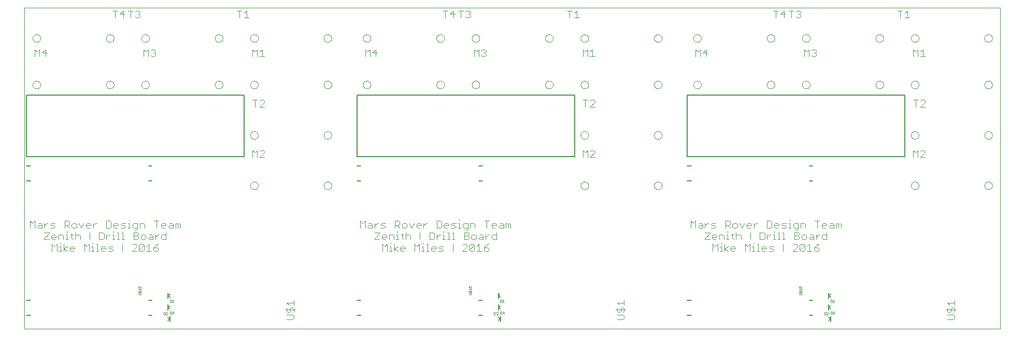
<source format=gto>
G75*
%MOIN*%
%OFA0B0*%
%FSLAX24Y24*%
%IPPOS*%
%LPD*%
%AMOC8*
5,1,8,0,0,1.08239X$1,22.5*
%
%ADD10C,0.0000*%
%ADD11C,0.0010*%
%ADD12C,0.0040*%
%ADD13C,0.0050*%
%ADD14C,0.0080*%
D10*
X010443Y007143D02*
X010443Y027843D01*
X073193Y027843D01*
X073193Y007143D01*
X010443Y007143D01*
X024973Y016393D02*
X024975Y016424D01*
X024981Y016455D01*
X024991Y016485D01*
X025004Y016513D01*
X025021Y016540D01*
X025041Y016564D01*
X025064Y016586D01*
X025089Y016604D01*
X025117Y016619D01*
X025146Y016631D01*
X025176Y016639D01*
X025207Y016643D01*
X025239Y016643D01*
X025270Y016639D01*
X025300Y016631D01*
X025329Y016619D01*
X025357Y016604D01*
X025382Y016586D01*
X025405Y016564D01*
X025425Y016540D01*
X025442Y016513D01*
X025455Y016485D01*
X025465Y016455D01*
X025471Y016424D01*
X025473Y016393D01*
X025471Y016362D01*
X025465Y016331D01*
X025455Y016301D01*
X025442Y016273D01*
X025425Y016246D01*
X025405Y016222D01*
X025382Y016200D01*
X025357Y016182D01*
X025329Y016167D01*
X025300Y016155D01*
X025270Y016147D01*
X025239Y016143D01*
X025207Y016143D01*
X025176Y016147D01*
X025146Y016155D01*
X025117Y016167D01*
X025089Y016182D01*
X025064Y016200D01*
X025041Y016222D01*
X025021Y016246D01*
X025004Y016273D01*
X024991Y016301D01*
X024981Y016331D01*
X024975Y016362D01*
X024973Y016393D01*
X029693Y016393D02*
X029695Y016424D01*
X029701Y016455D01*
X029711Y016485D01*
X029724Y016513D01*
X029741Y016540D01*
X029761Y016564D01*
X029784Y016586D01*
X029809Y016604D01*
X029837Y016619D01*
X029866Y016631D01*
X029896Y016639D01*
X029927Y016643D01*
X029959Y016643D01*
X029990Y016639D01*
X030020Y016631D01*
X030049Y016619D01*
X030077Y016604D01*
X030102Y016586D01*
X030125Y016564D01*
X030145Y016540D01*
X030162Y016513D01*
X030175Y016485D01*
X030185Y016455D01*
X030191Y016424D01*
X030193Y016393D01*
X030191Y016362D01*
X030185Y016331D01*
X030175Y016301D01*
X030162Y016273D01*
X030145Y016246D01*
X030125Y016222D01*
X030102Y016200D01*
X030077Y016182D01*
X030049Y016167D01*
X030020Y016155D01*
X029990Y016147D01*
X029959Y016143D01*
X029927Y016143D01*
X029896Y016147D01*
X029866Y016155D01*
X029837Y016167D01*
X029809Y016182D01*
X029784Y016200D01*
X029761Y016222D01*
X029741Y016246D01*
X029724Y016273D01*
X029711Y016301D01*
X029701Y016331D01*
X029695Y016362D01*
X029693Y016393D01*
X029693Y019643D02*
X029695Y019674D01*
X029701Y019705D01*
X029711Y019735D01*
X029724Y019763D01*
X029741Y019790D01*
X029761Y019814D01*
X029784Y019836D01*
X029809Y019854D01*
X029837Y019869D01*
X029866Y019881D01*
X029896Y019889D01*
X029927Y019893D01*
X029959Y019893D01*
X029990Y019889D01*
X030020Y019881D01*
X030049Y019869D01*
X030077Y019854D01*
X030102Y019836D01*
X030125Y019814D01*
X030145Y019790D01*
X030162Y019763D01*
X030175Y019735D01*
X030185Y019705D01*
X030191Y019674D01*
X030193Y019643D01*
X030191Y019612D01*
X030185Y019581D01*
X030175Y019551D01*
X030162Y019523D01*
X030145Y019496D01*
X030125Y019472D01*
X030102Y019450D01*
X030077Y019432D01*
X030049Y019417D01*
X030020Y019405D01*
X029990Y019397D01*
X029959Y019393D01*
X029927Y019393D01*
X029896Y019397D01*
X029866Y019405D01*
X029837Y019417D01*
X029809Y019432D01*
X029784Y019450D01*
X029761Y019472D01*
X029741Y019496D01*
X029724Y019523D01*
X029711Y019551D01*
X029701Y019581D01*
X029695Y019612D01*
X029693Y019643D01*
X024973Y019643D02*
X024975Y019674D01*
X024981Y019705D01*
X024991Y019735D01*
X025004Y019763D01*
X025021Y019790D01*
X025041Y019814D01*
X025064Y019836D01*
X025089Y019854D01*
X025117Y019869D01*
X025146Y019881D01*
X025176Y019889D01*
X025207Y019893D01*
X025239Y019893D01*
X025270Y019889D01*
X025300Y019881D01*
X025329Y019869D01*
X025357Y019854D01*
X025382Y019836D01*
X025405Y019814D01*
X025425Y019790D01*
X025442Y019763D01*
X025455Y019735D01*
X025465Y019705D01*
X025471Y019674D01*
X025473Y019643D01*
X025471Y019612D01*
X025465Y019581D01*
X025455Y019551D01*
X025442Y019523D01*
X025425Y019496D01*
X025405Y019472D01*
X025382Y019450D01*
X025357Y019432D01*
X025329Y019417D01*
X025300Y019405D01*
X025270Y019397D01*
X025239Y019393D01*
X025207Y019393D01*
X025176Y019397D01*
X025146Y019405D01*
X025117Y019417D01*
X025089Y019432D01*
X025064Y019450D01*
X025041Y019472D01*
X025021Y019496D01*
X025004Y019523D01*
X024991Y019551D01*
X024981Y019581D01*
X024975Y019612D01*
X024973Y019643D01*
X024973Y022893D02*
X024975Y022924D01*
X024981Y022955D01*
X024991Y022985D01*
X025004Y023013D01*
X025021Y023040D01*
X025041Y023064D01*
X025064Y023086D01*
X025089Y023104D01*
X025117Y023119D01*
X025146Y023131D01*
X025176Y023139D01*
X025207Y023143D01*
X025239Y023143D01*
X025270Y023139D01*
X025300Y023131D01*
X025329Y023119D01*
X025357Y023104D01*
X025382Y023086D01*
X025405Y023064D01*
X025425Y023040D01*
X025442Y023013D01*
X025455Y022985D01*
X025465Y022955D01*
X025471Y022924D01*
X025473Y022893D01*
X025471Y022862D01*
X025465Y022831D01*
X025455Y022801D01*
X025442Y022773D01*
X025425Y022746D01*
X025405Y022722D01*
X025382Y022700D01*
X025357Y022682D01*
X025329Y022667D01*
X025300Y022655D01*
X025270Y022647D01*
X025239Y022643D01*
X025207Y022643D01*
X025176Y022647D01*
X025146Y022655D01*
X025117Y022667D01*
X025089Y022682D01*
X025064Y022700D01*
X025041Y022722D01*
X025021Y022746D01*
X025004Y022773D01*
X024991Y022801D01*
X024981Y022831D01*
X024975Y022862D01*
X024973Y022893D01*
X022693Y022893D02*
X022695Y022924D01*
X022701Y022955D01*
X022711Y022985D01*
X022724Y023013D01*
X022741Y023040D01*
X022761Y023064D01*
X022784Y023086D01*
X022809Y023104D01*
X022837Y023119D01*
X022866Y023131D01*
X022896Y023139D01*
X022927Y023143D01*
X022959Y023143D01*
X022990Y023139D01*
X023020Y023131D01*
X023049Y023119D01*
X023077Y023104D01*
X023102Y023086D01*
X023125Y023064D01*
X023145Y023040D01*
X023162Y023013D01*
X023175Y022985D01*
X023185Y022955D01*
X023191Y022924D01*
X023193Y022893D01*
X023191Y022862D01*
X023185Y022831D01*
X023175Y022801D01*
X023162Y022773D01*
X023145Y022746D01*
X023125Y022722D01*
X023102Y022700D01*
X023077Y022682D01*
X023049Y022667D01*
X023020Y022655D01*
X022990Y022647D01*
X022959Y022643D01*
X022927Y022643D01*
X022896Y022647D01*
X022866Y022655D01*
X022837Y022667D01*
X022809Y022682D01*
X022784Y022700D01*
X022761Y022722D01*
X022741Y022746D01*
X022724Y022773D01*
X022711Y022801D01*
X022701Y022831D01*
X022695Y022862D01*
X022693Y022893D01*
X017973Y022893D02*
X017975Y022924D01*
X017981Y022955D01*
X017991Y022985D01*
X018004Y023013D01*
X018021Y023040D01*
X018041Y023064D01*
X018064Y023086D01*
X018089Y023104D01*
X018117Y023119D01*
X018146Y023131D01*
X018176Y023139D01*
X018207Y023143D01*
X018239Y023143D01*
X018270Y023139D01*
X018300Y023131D01*
X018329Y023119D01*
X018357Y023104D01*
X018382Y023086D01*
X018405Y023064D01*
X018425Y023040D01*
X018442Y023013D01*
X018455Y022985D01*
X018465Y022955D01*
X018471Y022924D01*
X018473Y022893D01*
X018471Y022862D01*
X018465Y022831D01*
X018455Y022801D01*
X018442Y022773D01*
X018425Y022746D01*
X018405Y022722D01*
X018382Y022700D01*
X018357Y022682D01*
X018329Y022667D01*
X018300Y022655D01*
X018270Y022647D01*
X018239Y022643D01*
X018207Y022643D01*
X018176Y022647D01*
X018146Y022655D01*
X018117Y022667D01*
X018089Y022682D01*
X018064Y022700D01*
X018041Y022722D01*
X018021Y022746D01*
X018004Y022773D01*
X017991Y022801D01*
X017981Y022831D01*
X017975Y022862D01*
X017973Y022893D01*
X015693Y022893D02*
X015695Y022924D01*
X015701Y022955D01*
X015711Y022985D01*
X015724Y023013D01*
X015741Y023040D01*
X015761Y023064D01*
X015784Y023086D01*
X015809Y023104D01*
X015837Y023119D01*
X015866Y023131D01*
X015896Y023139D01*
X015927Y023143D01*
X015959Y023143D01*
X015990Y023139D01*
X016020Y023131D01*
X016049Y023119D01*
X016077Y023104D01*
X016102Y023086D01*
X016125Y023064D01*
X016145Y023040D01*
X016162Y023013D01*
X016175Y022985D01*
X016185Y022955D01*
X016191Y022924D01*
X016193Y022893D01*
X016191Y022862D01*
X016185Y022831D01*
X016175Y022801D01*
X016162Y022773D01*
X016145Y022746D01*
X016125Y022722D01*
X016102Y022700D01*
X016077Y022682D01*
X016049Y022667D01*
X016020Y022655D01*
X015990Y022647D01*
X015959Y022643D01*
X015927Y022643D01*
X015896Y022647D01*
X015866Y022655D01*
X015837Y022667D01*
X015809Y022682D01*
X015784Y022700D01*
X015761Y022722D01*
X015741Y022746D01*
X015724Y022773D01*
X015711Y022801D01*
X015701Y022831D01*
X015695Y022862D01*
X015693Y022893D01*
X010973Y022893D02*
X010975Y022924D01*
X010981Y022955D01*
X010991Y022985D01*
X011004Y023013D01*
X011021Y023040D01*
X011041Y023064D01*
X011064Y023086D01*
X011089Y023104D01*
X011117Y023119D01*
X011146Y023131D01*
X011176Y023139D01*
X011207Y023143D01*
X011239Y023143D01*
X011270Y023139D01*
X011300Y023131D01*
X011329Y023119D01*
X011357Y023104D01*
X011382Y023086D01*
X011405Y023064D01*
X011425Y023040D01*
X011442Y023013D01*
X011455Y022985D01*
X011465Y022955D01*
X011471Y022924D01*
X011473Y022893D01*
X011471Y022862D01*
X011465Y022831D01*
X011455Y022801D01*
X011442Y022773D01*
X011425Y022746D01*
X011405Y022722D01*
X011382Y022700D01*
X011357Y022682D01*
X011329Y022667D01*
X011300Y022655D01*
X011270Y022647D01*
X011239Y022643D01*
X011207Y022643D01*
X011176Y022647D01*
X011146Y022655D01*
X011117Y022667D01*
X011089Y022682D01*
X011064Y022700D01*
X011041Y022722D01*
X011021Y022746D01*
X011004Y022773D01*
X010991Y022801D01*
X010981Y022831D01*
X010975Y022862D01*
X010973Y022893D01*
X010973Y025893D02*
X010975Y025924D01*
X010981Y025955D01*
X010991Y025985D01*
X011004Y026013D01*
X011021Y026040D01*
X011041Y026064D01*
X011064Y026086D01*
X011089Y026104D01*
X011117Y026119D01*
X011146Y026131D01*
X011176Y026139D01*
X011207Y026143D01*
X011239Y026143D01*
X011270Y026139D01*
X011300Y026131D01*
X011329Y026119D01*
X011357Y026104D01*
X011382Y026086D01*
X011405Y026064D01*
X011425Y026040D01*
X011442Y026013D01*
X011455Y025985D01*
X011465Y025955D01*
X011471Y025924D01*
X011473Y025893D01*
X011471Y025862D01*
X011465Y025831D01*
X011455Y025801D01*
X011442Y025773D01*
X011425Y025746D01*
X011405Y025722D01*
X011382Y025700D01*
X011357Y025682D01*
X011329Y025667D01*
X011300Y025655D01*
X011270Y025647D01*
X011239Y025643D01*
X011207Y025643D01*
X011176Y025647D01*
X011146Y025655D01*
X011117Y025667D01*
X011089Y025682D01*
X011064Y025700D01*
X011041Y025722D01*
X011021Y025746D01*
X011004Y025773D01*
X010991Y025801D01*
X010981Y025831D01*
X010975Y025862D01*
X010973Y025893D01*
X015693Y025893D02*
X015695Y025924D01*
X015701Y025955D01*
X015711Y025985D01*
X015724Y026013D01*
X015741Y026040D01*
X015761Y026064D01*
X015784Y026086D01*
X015809Y026104D01*
X015837Y026119D01*
X015866Y026131D01*
X015896Y026139D01*
X015927Y026143D01*
X015959Y026143D01*
X015990Y026139D01*
X016020Y026131D01*
X016049Y026119D01*
X016077Y026104D01*
X016102Y026086D01*
X016125Y026064D01*
X016145Y026040D01*
X016162Y026013D01*
X016175Y025985D01*
X016185Y025955D01*
X016191Y025924D01*
X016193Y025893D01*
X016191Y025862D01*
X016185Y025831D01*
X016175Y025801D01*
X016162Y025773D01*
X016145Y025746D01*
X016125Y025722D01*
X016102Y025700D01*
X016077Y025682D01*
X016049Y025667D01*
X016020Y025655D01*
X015990Y025647D01*
X015959Y025643D01*
X015927Y025643D01*
X015896Y025647D01*
X015866Y025655D01*
X015837Y025667D01*
X015809Y025682D01*
X015784Y025700D01*
X015761Y025722D01*
X015741Y025746D01*
X015724Y025773D01*
X015711Y025801D01*
X015701Y025831D01*
X015695Y025862D01*
X015693Y025893D01*
X017973Y025893D02*
X017975Y025924D01*
X017981Y025955D01*
X017991Y025985D01*
X018004Y026013D01*
X018021Y026040D01*
X018041Y026064D01*
X018064Y026086D01*
X018089Y026104D01*
X018117Y026119D01*
X018146Y026131D01*
X018176Y026139D01*
X018207Y026143D01*
X018239Y026143D01*
X018270Y026139D01*
X018300Y026131D01*
X018329Y026119D01*
X018357Y026104D01*
X018382Y026086D01*
X018405Y026064D01*
X018425Y026040D01*
X018442Y026013D01*
X018455Y025985D01*
X018465Y025955D01*
X018471Y025924D01*
X018473Y025893D01*
X018471Y025862D01*
X018465Y025831D01*
X018455Y025801D01*
X018442Y025773D01*
X018425Y025746D01*
X018405Y025722D01*
X018382Y025700D01*
X018357Y025682D01*
X018329Y025667D01*
X018300Y025655D01*
X018270Y025647D01*
X018239Y025643D01*
X018207Y025643D01*
X018176Y025647D01*
X018146Y025655D01*
X018117Y025667D01*
X018089Y025682D01*
X018064Y025700D01*
X018041Y025722D01*
X018021Y025746D01*
X018004Y025773D01*
X017991Y025801D01*
X017981Y025831D01*
X017975Y025862D01*
X017973Y025893D01*
X022693Y025893D02*
X022695Y025924D01*
X022701Y025955D01*
X022711Y025985D01*
X022724Y026013D01*
X022741Y026040D01*
X022761Y026064D01*
X022784Y026086D01*
X022809Y026104D01*
X022837Y026119D01*
X022866Y026131D01*
X022896Y026139D01*
X022927Y026143D01*
X022959Y026143D01*
X022990Y026139D01*
X023020Y026131D01*
X023049Y026119D01*
X023077Y026104D01*
X023102Y026086D01*
X023125Y026064D01*
X023145Y026040D01*
X023162Y026013D01*
X023175Y025985D01*
X023185Y025955D01*
X023191Y025924D01*
X023193Y025893D01*
X023191Y025862D01*
X023185Y025831D01*
X023175Y025801D01*
X023162Y025773D01*
X023145Y025746D01*
X023125Y025722D01*
X023102Y025700D01*
X023077Y025682D01*
X023049Y025667D01*
X023020Y025655D01*
X022990Y025647D01*
X022959Y025643D01*
X022927Y025643D01*
X022896Y025647D01*
X022866Y025655D01*
X022837Y025667D01*
X022809Y025682D01*
X022784Y025700D01*
X022761Y025722D01*
X022741Y025746D01*
X022724Y025773D01*
X022711Y025801D01*
X022701Y025831D01*
X022695Y025862D01*
X022693Y025893D01*
X024973Y025893D02*
X024975Y025924D01*
X024981Y025955D01*
X024991Y025985D01*
X025004Y026013D01*
X025021Y026040D01*
X025041Y026064D01*
X025064Y026086D01*
X025089Y026104D01*
X025117Y026119D01*
X025146Y026131D01*
X025176Y026139D01*
X025207Y026143D01*
X025239Y026143D01*
X025270Y026139D01*
X025300Y026131D01*
X025329Y026119D01*
X025357Y026104D01*
X025382Y026086D01*
X025405Y026064D01*
X025425Y026040D01*
X025442Y026013D01*
X025455Y025985D01*
X025465Y025955D01*
X025471Y025924D01*
X025473Y025893D01*
X025471Y025862D01*
X025465Y025831D01*
X025455Y025801D01*
X025442Y025773D01*
X025425Y025746D01*
X025405Y025722D01*
X025382Y025700D01*
X025357Y025682D01*
X025329Y025667D01*
X025300Y025655D01*
X025270Y025647D01*
X025239Y025643D01*
X025207Y025643D01*
X025176Y025647D01*
X025146Y025655D01*
X025117Y025667D01*
X025089Y025682D01*
X025064Y025700D01*
X025041Y025722D01*
X025021Y025746D01*
X025004Y025773D01*
X024991Y025801D01*
X024981Y025831D01*
X024975Y025862D01*
X024973Y025893D01*
X029693Y025893D02*
X029695Y025924D01*
X029701Y025955D01*
X029711Y025985D01*
X029724Y026013D01*
X029741Y026040D01*
X029761Y026064D01*
X029784Y026086D01*
X029809Y026104D01*
X029837Y026119D01*
X029866Y026131D01*
X029896Y026139D01*
X029927Y026143D01*
X029959Y026143D01*
X029990Y026139D01*
X030020Y026131D01*
X030049Y026119D01*
X030077Y026104D01*
X030102Y026086D01*
X030125Y026064D01*
X030145Y026040D01*
X030162Y026013D01*
X030175Y025985D01*
X030185Y025955D01*
X030191Y025924D01*
X030193Y025893D01*
X030191Y025862D01*
X030185Y025831D01*
X030175Y025801D01*
X030162Y025773D01*
X030145Y025746D01*
X030125Y025722D01*
X030102Y025700D01*
X030077Y025682D01*
X030049Y025667D01*
X030020Y025655D01*
X029990Y025647D01*
X029959Y025643D01*
X029927Y025643D01*
X029896Y025647D01*
X029866Y025655D01*
X029837Y025667D01*
X029809Y025682D01*
X029784Y025700D01*
X029761Y025722D01*
X029741Y025746D01*
X029724Y025773D01*
X029711Y025801D01*
X029701Y025831D01*
X029695Y025862D01*
X029693Y025893D01*
X032223Y025893D02*
X032225Y025924D01*
X032231Y025955D01*
X032241Y025985D01*
X032254Y026013D01*
X032271Y026040D01*
X032291Y026064D01*
X032314Y026086D01*
X032339Y026104D01*
X032367Y026119D01*
X032396Y026131D01*
X032426Y026139D01*
X032457Y026143D01*
X032489Y026143D01*
X032520Y026139D01*
X032550Y026131D01*
X032579Y026119D01*
X032607Y026104D01*
X032632Y026086D01*
X032655Y026064D01*
X032675Y026040D01*
X032692Y026013D01*
X032705Y025985D01*
X032715Y025955D01*
X032721Y025924D01*
X032723Y025893D01*
X032721Y025862D01*
X032715Y025831D01*
X032705Y025801D01*
X032692Y025773D01*
X032675Y025746D01*
X032655Y025722D01*
X032632Y025700D01*
X032607Y025682D01*
X032579Y025667D01*
X032550Y025655D01*
X032520Y025647D01*
X032489Y025643D01*
X032457Y025643D01*
X032426Y025647D01*
X032396Y025655D01*
X032367Y025667D01*
X032339Y025682D01*
X032314Y025700D01*
X032291Y025722D01*
X032271Y025746D01*
X032254Y025773D01*
X032241Y025801D01*
X032231Y025831D01*
X032225Y025862D01*
X032223Y025893D01*
X036943Y025893D02*
X036945Y025924D01*
X036951Y025955D01*
X036961Y025985D01*
X036974Y026013D01*
X036991Y026040D01*
X037011Y026064D01*
X037034Y026086D01*
X037059Y026104D01*
X037087Y026119D01*
X037116Y026131D01*
X037146Y026139D01*
X037177Y026143D01*
X037209Y026143D01*
X037240Y026139D01*
X037270Y026131D01*
X037299Y026119D01*
X037327Y026104D01*
X037352Y026086D01*
X037375Y026064D01*
X037395Y026040D01*
X037412Y026013D01*
X037425Y025985D01*
X037435Y025955D01*
X037441Y025924D01*
X037443Y025893D01*
X037441Y025862D01*
X037435Y025831D01*
X037425Y025801D01*
X037412Y025773D01*
X037395Y025746D01*
X037375Y025722D01*
X037352Y025700D01*
X037327Y025682D01*
X037299Y025667D01*
X037270Y025655D01*
X037240Y025647D01*
X037209Y025643D01*
X037177Y025643D01*
X037146Y025647D01*
X037116Y025655D01*
X037087Y025667D01*
X037059Y025682D01*
X037034Y025700D01*
X037011Y025722D01*
X036991Y025746D01*
X036974Y025773D01*
X036961Y025801D01*
X036951Y025831D01*
X036945Y025862D01*
X036943Y025893D01*
X039223Y025893D02*
X039225Y025924D01*
X039231Y025955D01*
X039241Y025985D01*
X039254Y026013D01*
X039271Y026040D01*
X039291Y026064D01*
X039314Y026086D01*
X039339Y026104D01*
X039367Y026119D01*
X039396Y026131D01*
X039426Y026139D01*
X039457Y026143D01*
X039489Y026143D01*
X039520Y026139D01*
X039550Y026131D01*
X039579Y026119D01*
X039607Y026104D01*
X039632Y026086D01*
X039655Y026064D01*
X039675Y026040D01*
X039692Y026013D01*
X039705Y025985D01*
X039715Y025955D01*
X039721Y025924D01*
X039723Y025893D01*
X039721Y025862D01*
X039715Y025831D01*
X039705Y025801D01*
X039692Y025773D01*
X039675Y025746D01*
X039655Y025722D01*
X039632Y025700D01*
X039607Y025682D01*
X039579Y025667D01*
X039550Y025655D01*
X039520Y025647D01*
X039489Y025643D01*
X039457Y025643D01*
X039426Y025647D01*
X039396Y025655D01*
X039367Y025667D01*
X039339Y025682D01*
X039314Y025700D01*
X039291Y025722D01*
X039271Y025746D01*
X039254Y025773D01*
X039241Y025801D01*
X039231Y025831D01*
X039225Y025862D01*
X039223Y025893D01*
X043943Y025893D02*
X043945Y025924D01*
X043951Y025955D01*
X043961Y025985D01*
X043974Y026013D01*
X043991Y026040D01*
X044011Y026064D01*
X044034Y026086D01*
X044059Y026104D01*
X044087Y026119D01*
X044116Y026131D01*
X044146Y026139D01*
X044177Y026143D01*
X044209Y026143D01*
X044240Y026139D01*
X044270Y026131D01*
X044299Y026119D01*
X044327Y026104D01*
X044352Y026086D01*
X044375Y026064D01*
X044395Y026040D01*
X044412Y026013D01*
X044425Y025985D01*
X044435Y025955D01*
X044441Y025924D01*
X044443Y025893D01*
X044441Y025862D01*
X044435Y025831D01*
X044425Y025801D01*
X044412Y025773D01*
X044395Y025746D01*
X044375Y025722D01*
X044352Y025700D01*
X044327Y025682D01*
X044299Y025667D01*
X044270Y025655D01*
X044240Y025647D01*
X044209Y025643D01*
X044177Y025643D01*
X044146Y025647D01*
X044116Y025655D01*
X044087Y025667D01*
X044059Y025682D01*
X044034Y025700D01*
X044011Y025722D01*
X043991Y025746D01*
X043974Y025773D01*
X043961Y025801D01*
X043951Y025831D01*
X043945Y025862D01*
X043943Y025893D01*
X046223Y025893D02*
X046225Y025924D01*
X046231Y025955D01*
X046241Y025985D01*
X046254Y026013D01*
X046271Y026040D01*
X046291Y026064D01*
X046314Y026086D01*
X046339Y026104D01*
X046367Y026119D01*
X046396Y026131D01*
X046426Y026139D01*
X046457Y026143D01*
X046489Y026143D01*
X046520Y026139D01*
X046550Y026131D01*
X046579Y026119D01*
X046607Y026104D01*
X046632Y026086D01*
X046655Y026064D01*
X046675Y026040D01*
X046692Y026013D01*
X046705Y025985D01*
X046715Y025955D01*
X046721Y025924D01*
X046723Y025893D01*
X046721Y025862D01*
X046715Y025831D01*
X046705Y025801D01*
X046692Y025773D01*
X046675Y025746D01*
X046655Y025722D01*
X046632Y025700D01*
X046607Y025682D01*
X046579Y025667D01*
X046550Y025655D01*
X046520Y025647D01*
X046489Y025643D01*
X046457Y025643D01*
X046426Y025647D01*
X046396Y025655D01*
X046367Y025667D01*
X046339Y025682D01*
X046314Y025700D01*
X046291Y025722D01*
X046271Y025746D01*
X046254Y025773D01*
X046241Y025801D01*
X046231Y025831D01*
X046225Y025862D01*
X046223Y025893D01*
X050943Y025893D02*
X050945Y025924D01*
X050951Y025955D01*
X050961Y025985D01*
X050974Y026013D01*
X050991Y026040D01*
X051011Y026064D01*
X051034Y026086D01*
X051059Y026104D01*
X051087Y026119D01*
X051116Y026131D01*
X051146Y026139D01*
X051177Y026143D01*
X051209Y026143D01*
X051240Y026139D01*
X051270Y026131D01*
X051299Y026119D01*
X051327Y026104D01*
X051352Y026086D01*
X051375Y026064D01*
X051395Y026040D01*
X051412Y026013D01*
X051425Y025985D01*
X051435Y025955D01*
X051441Y025924D01*
X051443Y025893D01*
X051441Y025862D01*
X051435Y025831D01*
X051425Y025801D01*
X051412Y025773D01*
X051395Y025746D01*
X051375Y025722D01*
X051352Y025700D01*
X051327Y025682D01*
X051299Y025667D01*
X051270Y025655D01*
X051240Y025647D01*
X051209Y025643D01*
X051177Y025643D01*
X051146Y025647D01*
X051116Y025655D01*
X051087Y025667D01*
X051059Y025682D01*
X051034Y025700D01*
X051011Y025722D01*
X050991Y025746D01*
X050974Y025773D01*
X050961Y025801D01*
X050951Y025831D01*
X050945Y025862D01*
X050943Y025893D01*
X053473Y025893D02*
X053475Y025924D01*
X053481Y025955D01*
X053491Y025985D01*
X053504Y026013D01*
X053521Y026040D01*
X053541Y026064D01*
X053564Y026086D01*
X053589Y026104D01*
X053617Y026119D01*
X053646Y026131D01*
X053676Y026139D01*
X053707Y026143D01*
X053739Y026143D01*
X053770Y026139D01*
X053800Y026131D01*
X053829Y026119D01*
X053857Y026104D01*
X053882Y026086D01*
X053905Y026064D01*
X053925Y026040D01*
X053942Y026013D01*
X053955Y025985D01*
X053965Y025955D01*
X053971Y025924D01*
X053973Y025893D01*
X053971Y025862D01*
X053965Y025831D01*
X053955Y025801D01*
X053942Y025773D01*
X053925Y025746D01*
X053905Y025722D01*
X053882Y025700D01*
X053857Y025682D01*
X053829Y025667D01*
X053800Y025655D01*
X053770Y025647D01*
X053739Y025643D01*
X053707Y025643D01*
X053676Y025647D01*
X053646Y025655D01*
X053617Y025667D01*
X053589Y025682D01*
X053564Y025700D01*
X053541Y025722D01*
X053521Y025746D01*
X053504Y025773D01*
X053491Y025801D01*
X053481Y025831D01*
X053475Y025862D01*
X053473Y025893D01*
X058193Y025893D02*
X058195Y025924D01*
X058201Y025955D01*
X058211Y025985D01*
X058224Y026013D01*
X058241Y026040D01*
X058261Y026064D01*
X058284Y026086D01*
X058309Y026104D01*
X058337Y026119D01*
X058366Y026131D01*
X058396Y026139D01*
X058427Y026143D01*
X058459Y026143D01*
X058490Y026139D01*
X058520Y026131D01*
X058549Y026119D01*
X058577Y026104D01*
X058602Y026086D01*
X058625Y026064D01*
X058645Y026040D01*
X058662Y026013D01*
X058675Y025985D01*
X058685Y025955D01*
X058691Y025924D01*
X058693Y025893D01*
X058691Y025862D01*
X058685Y025831D01*
X058675Y025801D01*
X058662Y025773D01*
X058645Y025746D01*
X058625Y025722D01*
X058602Y025700D01*
X058577Y025682D01*
X058549Y025667D01*
X058520Y025655D01*
X058490Y025647D01*
X058459Y025643D01*
X058427Y025643D01*
X058396Y025647D01*
X058366Y025655D01*
X058337Y025667D01*
X058309Y025682D01*
X058284Y025700D01*
X058261Y025722D01*
X058241Y025746D01*
X058224Y025773D01*
X058211Y025801D01*
X058201Y025831D01*
X058195Y025862D01*
X058193Y025893D01*
X060473Y025893D02*
X060475Y025924D01*
X060481Y025955D01*
X060491Y025985D01*
X060504Y026013D01*
X060521Y026040D01*
X060541Y026064D01*
X060564Y026086D01*
X060589Y026104D01*
X060617Y026119D01*
X060646Y026131D01*
X060676Y026139D01*
X060707Y026143D01*
X060739Y026143D01*
X060770Y026139D01*
X060800Y026131D01*
X060829Y026119D01*
X060857Y026104D01*
X060882Y026086D01*
X060905Y026064D01*
X060925Y026040D01*
X060942Y026013D01*
X060955Y025985D01*
X060965Y025955D01*
X060971Y025924D01*
X060973Y025893D01*
X060971Y025862D01*
X060965Y025831D01*
X060955Y025801D01*
X060942Y025773D01*
X060925Y025746D01*
X060905Y025722D01*
X060882Y025700D01*
X060857Y025682D01*
X060829Y025667D01*
X060800Y025655D01*
X060770Y025647D01*
X060739Y025643D01*
X060707Y025643D01*
X060676Y025647D01*
X060646Y025655D01*
X060617Y025667D01*
X060589Y025682D01*
X060564Y025700D01*
X060541Y025722D01*
X060521Y025746D01*
X060504Y025773D01*
X060491Y025801D01*
X060481Y025831D01*
X060475Y025862D01*
X060473Y025893D01*
X065193Y025893D02*
X065195Y025924D01*
X065201Y025955D01*
X065211Y025985D01*
X065224Y026013D01*
X065241Y026040D01*
X065261Y026064D01*
X065284Y026086D01*
X065309Y026104D01*
X065337Y026119D01*
X065366Y026131D01*
X065396Y026139D01*
X065427Y026143D01*
X065459Y026143D01*
X065490Y026139D01*
X065520Y026131D01*
X065549Y026119D01*
X065577Y026104D01*
X065602Y026086D01*
X065625Y026064D01*
X065645Y026040D01*
X065662Y026013D01*
X065675Y025985D01*
X065685Y025955D01*
X065691Y025924D01*
X065693Y025893D01*
X065691Y025862D01*
X065685Y025831D01*
X065675Y025801D01*
X065662Y025773D01*
X065645Y025746D01*
X065625Y025722D01*
X065602Y025700D01*
X065577Y025682D01*
X065549Y025667D01*
X065520Y025655D01*
X065490Y025647D01*
X065459Y025643D01*
X065427Y025643D01*
X065396Y025647D01*
X065366Y025655D01*
X065337Y025667D01*
X065309Y025682D01*
X065284Y025700D01*
X065261Y025722D01*
X065241Y025746D01*
X065224Y025773D01*
X065211Y025801D01*
X065201Y025831D01*
X065195Y025862D01*
X065193Y025893D01*
X067473Y025893D02*
X067475Y025924D01*
X067481Y025955D01*
X067491Y025985D01*
X067504Y026013D01*
X067521Y026040D01*
X067541Y026064D01*
X067564Y026086D01*
X067589Y026104D01*
X067617Y026119D01*
X067646Y026131D01*
X067676Y026139D01*
X067707Y026143D01*
X067739Y026143D01*
X067770Y026139D01*
X067800Y026131D01*
X067829Y026119D01*
X067857Y026104D01*
X067882Y026086D01*
X067905Y026064D01*
X067925Y026040D01*
X067942Y026013D01*
X067955Y025985D01*
X067965Y025955D01*
X067971Y025924D01*
X067973Y025893D01*
X067971Y025862D01*
X067965Y025831D01*
X067955Y025801D01*
X067942Y025773D01*
X067925Y025746D01*
X067905Y025722D01*
X067882Y025700D01*
X067857Y025682D01*
X067829Y025667D01*
X067800Y025655D01*
X067770Y025647D01*
X067739Y025643D01*
X067707Y025643D01*
X067676Y025647D01*
X067646Y025655D01*
X067617Y025667D01*
X067589Y025682D01*
X067564Y025700D01*
X067541Y025722D01*
X067521Y025746D01*
X067504Y025773D01*
X067491Y025801D01*
X067481Y025831D01*
X067475Y025862D01*
X067473Y025893D01*
X072193Y025893D02*
X072195Y025924D01*
X072201Y025955D01*
X072211Y025985D01*
X072224Y026013D01*
X072241Y026040D01*
X072261Y026064D01*
X072284Y026086D01*
X072309Y026104D01*
X072337Y026119D01*
X072366Y026131D01*
X072396Y026139D01*
X072427Y026143D01*
X072459Y026143D01*
X072490Y026139D01*
X072520Y026131D01*
X072549Y026119D01*
X072577Y026104D01*
X072602Y026086D01*
X072625Y026064D01*
X072645Y026040D01*
X072662Y026013D01*
X072675Y025985D01*
X072685Y025955D01*
X072691Y025924D01*
X072693Y025893D01*
X072691Y025862D01*
X072685Y025831D01*
X072675Y025801D01*
X072662Y025773D01*
X072645Y025746D01*
X072625Y025722D01*
X072602Y025700D01*
X072577Y025682D01*
X072549Y025667D01*
X072520Y025655D01*
X072490Y025647D01*
X072459Y025643D01*
X072427Y025643D01*
X072396Y025647D01*
X072366Y025655D01*
X072337Y025667D01*
X072309Y025682D01*
X072284Y025700D01*
X072261Y025722D01*
X072241Y025746D01*
X072224Y025773D01*
X072211Y025801D01*
X072201Y025831D01*
X072195Y025862D01*
X072193Y025893D01*
X072193Y022893D02*
X072195Y022924D01*
X072201Y022955D01*
X072211Y022985D01*
X072224Y023013D01*
X072241Y023040D01*
X072261Y023064D01*
X072284Y023086D01*
X072309Y023104D01*
X072337Y023119D01*
X072366Y023131D01*
X072396Y023139D01*
X072427Y023143D01*
X072459Y023143D01*
X072490Y023139D01*
X072520Y023131D01*
X072549Y023119D01*
X072577Y023104D01*
X072602Y023086D01*
X072625Y023064D01*
X072645Y023040D01*
X072662Y023013D01*
X072675Y022985D01*
X072685Y022955D01*
X072691Y022924D01*
X072693Y022893D01*
X072691Y022862D01*
X072685Y022831D01*
X072675Y022801D01*
X072662Y022773D01*
X072645Y022746D01*
X072625Y022722D01*
X072602Y022700D01*
X072577Y022682D01*
X072549Y022667D01*
X072520Y022655D01*
X072490Y022647D01*
X072459Y022643D01*
X072427Y022643D01*
X072396Y022647D01*
X072366Y022655D01*
X072337Y022667D01*
X072309Y022682D01*
X072284Y022700D01*
X072261Y022722D01*
X072241Y022746D01*
X072224Y022773D01*
X072211Y022801D01*
X072201Y022831D01*
X072195Y022862D01*
X072193Y022893D01*
X067473Y022893D02*
X067475Y022924D01*
X067481Y022955D01*
X067491Y022985D01*
X067504Y023013D01*
X067521Y023040D01*
X067541Y023064D01*
X067564Y023086D01*
X067589Y023104D01*
X067617Y023119D01*
X067646Y023131D01*
X067676Y023139D01*
X067707Y023143D01*
X067739Y023143D01*
X067770Y023139D01*
X067800Y023131D01*
X067829Y023119D01*
X067857Y023104D01*
X067882Y023086D01*
X067905Y023064D01*
X067925Y023040D01*
X067942Y023013D01*
X067955Y022985D01*
X067965Y022955D01*
X067971Y022924D01*
X067973Y022893D01*
X067971Y022862D01*
X067965Y022831D01*
X067955Y022801D01*
X067942Y022773D01*
X067925Y022746D01*
X067905Y022722D01*
X067882Y022700D01*
X067857Y022682D01*
X067829Y022667D01*
X067800Y022655D01*
X067770Y022647D01*
X067739Y022643D01*
X067707Y022643D01*
X067676Y022647D01*
X067646Y022655D01*
X067617Y022667D01*
X067589Y022682D01*
X067564Y022700D01*
X067541Y022722D01*
X067521Y022746D01*
X067504Y022773D01*
X067491Y022801D01*
X067481Y022831D01*
X067475Y022862D01*
X067473Y022893D01*
X065193Y022893D02*
X065195Y022924D01*
X065201Y022955D01*
X065211Y022985D01*
X065224Y023013D01*
X065241Y023040D01*
X065261Y023064D01*
X065284Y023086D01*
X065309Y023104D01*
X065337Y023119D01*
X065366Y023131D01*
X065396Y023139D01*
X065427Y023143D01*
X065459Y023143D01*
X065490Y023139D01*
X065520Y023131D01*
X065549Y023119D01*
X065577Y023104D01*
X065602Y023086D01*
X065625Y023064D01*
X065645Y023040D01*
X065662Y023013D01*
X065675Y022985D01*
X065685Y022955D01*
X065691Y022924D01*
X065693Y022893D01*
X065691Y022862D01*
X065685Y022831D01*
X065675Y022801D01*
X065662Y022773D01*
X065645Y022746D01*
X065625Y022722D01*
X065602Y022700D01*
X065577Y022682D01*
X065549Y022667D01*
X065520Y022655D01*
X065490Y022647D01*
X065459Y022643D01*
X065427Y022643D01*
X065396Y022647D01*
X065366Y022655D01*
X065337Y022667D01*
X065309Y022682D01*
X065284Y022700D01*
X065261Y022722D01*
X065241Y022746D01*
X065224Y022773D01*
X065211Y022801D01*
X065201Y022831D01*
X065195Y022862D01*
X065193Y022893D01*
X060473Y022893D02*
X060475Y022924D01*
X060481Y022955D01*
X060491Y022985D01*
X060504Y023013D01*
X060521Y023040D01*
X060541Y023064D01*
X060564Y023086D01*
X060589Y023104D01*
X060617Y023119D01*
X060646Y023131D01*
X060676Y023139D01*
X060707Y023143D01*
X060739Y023143D01*
X060770Y023139D01*
X060800Y023131D01*
X060829Y023119D01*
X060857Y023104D01*
X060882Y023086D01*
X060905Y023064D01*
X060925Y023040D01*
X060942Y023013D01*
X060955Y022985D01*
X060965Y022955D01*
X060971Y022924D01*
X060973Y022893D01*
X060971Y022862D01*
X060965Y022831D01*
X060955Y022801D01*
X060942Y022773D01*
X060925Y022746D01*
X060905Y022722D01*
X060882Y022700D01*
X060857Y022682D01*
X060829Y022667D01*
X060800Y022655D01*
X060770Y022647D01*
X060739Y022643D01*
X060707Y022643D01*
X060676Y022647D01*
X060646Y022655D01*
X060617Y022667D01*
X060589Y022682D01*
X060564Y022700D01*
X060541Y022722D01*
X060521Y022746D01*
X060504Y022773D01*
X060491Y022801D01*
X060481Y022831D01*
X060475Y022862D01*
X060473Y022893D01*
X058193Y022893D02*
X058195Y022924D01*
X058201Y022955D01*
X058211Y022985D01*
X058224Y023013D01*
X058241Y023040D01*
X058261Y023064D01*
X058284Y023086D01*
X058309Y023104D01*
X058337Y023119D01*
X058366Y023131D01*
X058396Y023139D01*
X058427Y023143D01*
X058459Y023143D01*
X058490Y023139D01*
X058520Y023131D01*
X058549Y023119D01*
X058577Y023104D01*
X058602Y023086D01*
X058625Y023064D01*
X058645Y023040D01*
X058662Y023013D01*
X058675Y022985D01*
X058685Y022955D01*
X058691Y022924D01*
X058693Y022893D01*
X058691Y022862D01*
X058685Y022831D01*
X058675Y022801D01*
X058662Y022773D01*
X058645Y022746D01*
X058625Y022722D01*
X058602Y022700D01*
X058577Y022682D01*
X058549Y022667D01*
X058520Y022655D01*
X058490Y022647D01*
X058459Y022643D01*
X058427Y022643D01*
X058396Y022647D01*
X058366Y022655D01*
X058337Y022667D01*
X058309Y022682D01*
X058284Y022700D01*
X058261Y022722D01*
X058241Y022746D01*
X058224Y022773D01*
X058211Y022801D01*
X058201Y022831D01*
X058195Y022862D01*
X058193Y022893D01*
X053473Y022893D02*
X053475Y022924D01*
X053481Y022955D01*
X053491Y022985D01*
X053504Y023013D01*
X053521Y023040D01*
X053541Y023064D01*
X053564Y023086D01*
X053589Y023104D01*
X053617Y023119D01*
X053646Y023131D01*
X053676Y023139D01*
X053707Y023143D01*
X053739Y023143D01*
X053770Y023139D01*
X053800Y023131D01*
X053829Y023119D01*
X053857Y023104D01*
X053882Y023086D01*
X053905Y023064D01*
X053925Y023040D01*
X053942Y023013D01*
X053955Y022985D01*
X053965Y022955D01*
X053971Y022924D01*
X053973Y022893D01*
X053971Y022862D01*
X053965Y022831D01*
X053955Y022801D01*
X053942Y022773D01*
X053925Y022746D01*
X053905Y022722D01*
X053882Y022700D01*
X053857Y022682D01*
X053829Y022667D01*
X053800Y022655D01*
X053770Y022647D01*
X053739Y022643D01*
X053707Y022643D01*
X053676Y022647D01*
X053646Y022655D01*
X053617Y022667D01*
X053589Y022682D01*
X053564Y022700D01*
X053541Y022722D01*
X053521Y022746D01*
X053504Y022773D01*
X053491Y022801D01*
X053481Y022831D01*
X053475Y022862D01*
X053473Y022893D01*
X050943Y022893D02*
X050945Y022924D01*
X050951Y022955D01*
X050961Y022985D01*
X050974Y023013D01*
X050991Y023040D01*
X051011Y023064D01*
X051034Y023086D01*
X051059Y023104D01*
X051087Y023119D01*
X051116Y023131D01*
X051146Y023139D01*
X051177Y023143D01*
X051209Y023143D01*
X051240Y023139D01*
X051270Y023131D01*
X051299Y023119D01*
X051327Y023104D01*
X051352Y023086D01*
X051375Y023064D01*
X051395Y023040D01*
X051412Y023013D01*
X051425Y022985D01*
X051435Y022955D01*
X051441Y022924D01*
X051443Y022893D01*
X051441Y022862D01*
X051435Y022831D01*
X051425Y022801D01*
X051412Y022773D01*
X051395Y022746D01*
X051375Y022722D01*
X051352Y022700D01*
X051327Y022682D01*
X051299Y022667D01*
X051270Y022655D01*
X051240Y022647D01*
X051209Y022643D01*
X051177Y022643D01*
X051146Y022647D01*
X051116Y022655D01*
X051087Y022667D01*
X051059Y022682D01*
X051034Y022700D01*
X051011Y022722D01*
X050991Y022746D01*
X050974Y022773D01*
X050961Y022801D01*
X050951Y022831D01*
X050945Y022862D01*
X050943Y022893D01*
X046223Y022893D02*
X046225Y022924D01*
X046231Y022955D01*
X046241Y022985D01*
X046254Y023013D01*
X046271Y023040D01*
X046291Y023064D01*
X046314Y023086D01*
X046339Y023104D01*
X046367Y023119D01*
X046396Y023131D01*
X046426Y023139D01*
X046457Y023143D01*
X046489Y023143D01*
X046520Y023139D01*
X046550Y023131D01*
X046579Y023119D01*
X046607Y023104D01*
X046632Y023086D01*
X046655Y023064D01*
X046675Y023040D01*
X046692Y023013D01*
X046705Y022985D01*
X046715Y022955D01*
X046721Y022924D01*
X046723Y022893D01*
X046721Y022862D01*
X046715Y022831D01*
X046705Y022801D01*
X046692Y022773D01*
X046675Y022746D01*
X046655Y022722D01*
X046632Y022700D01*
X046607Y022682D01*
X046579Y022667D01*
X046550Y022655D01*
X046520Y022647D01*
X046489Y022643D01*
X046457Y022643D01*
X046426Y022647D01*
X046396Y022655D01*
X046367Y022667D01*
X046339Y022682D01*
X046314Y022700D01*
X046291Y022722D01*
X046271Y022746D01*
X046254Y022773D01*
X046241Y022801D01*
X046231Y022831D01*
X046225Y022862D01*
X046223Y022893D01*
X043943Y022893D02*
X043945Y022924D01*
X043951Y022955D01*
X043961Y022985D01*
X043974Y023013D01*
X043991Y023040D01*
X044011Y023064D01*
X044034Y023086D01*
X044059Y023104D01*
X044087Y023119D01*
X044116Y023131D01*
X044146Y023139D01*
X044177Y023143D01*
X044209Y023143D01*
X044240Y023139D01*
X044270Y023131D01*
X044299Y023119D01*
X044327Y023104D01*
X044352Y023086D01*
X044375Y023064D01*
X044395Y023040D01*
X044412Y023013D01*
X044425Y022985D01*
X044435Y022955D01*
X044441Y022924D01*
X044443Y022893D01*
X044441Y022862D01*
X044435Y022831D01*
X044425Y022801D01*
X044412Y022773D01*
X044395Y022746D01*
X044375Y022722D01*
X044352Y022700D01*
X044327Y022682D01*
X044299Y022667D01*
X044270Y022655D01*
X044240Y022647D01*
X044209Y022643D01*
X044177Y022643D01*
X044146Y022647D01*
X044116Y022655D01*
X044087Y022667D01*
X044059Y022682D01*
X044034Y022700D01*
X044011Y022722D01*
X043991Y022746D01*
X043974Y022773D01*
X043961Y022801D01*
X043951Y022831D01*
X043945Y022862D01*
X043943Y022893D01*
X039223Y022893D02*
X039225Y022924D01*
X039231Y022955D01*
X039241Y022985D01*
X039254Y023013D01*
X039271Y023040D01*
X039291Y023064D01*
X039314Y023086D01*
X039339Y023104D01*
X039367Y023119D01*
X039396Y023131D01*
X039426Y023139D01*
X039457Y023143D01*
X039489Y023143D01*
X039520Y023139D01*
X039550Y023131D01*
X039579Y023119D01*
X039607Y023104D01*
X039632Y023086D01*
X039655Y023064D01*
X039675Y023040D01*
X039692Y023013D01*
X039705Y022985D01*
X039715Y022955D01*
X039721Y022924D01*
X039723Y022893D01*
X039721Y022862D01*
X039715Y022831D01*
X039705Y022801D01*
X039692Y022773D01*
X039675Y022746D01*
X039655Y022722D01*
X039632Y022700D01*
X039607Y022682D01*
X039579Y022667D01*
X039550Y022655D01*
X039520Y022647D01*
X039489Y022643D01*
X039457Y022643D01*
X039426Y022647D01*
X039396Y022655D01*
X039367Y022667D01*
X039339Y022682D01*
X039314Y022700D01*
X039291Y022722D01*
X039271Y022746D01*
X039254Y022773D01*
X039241Y022801D01*
X039231Y022831D01*
X039225Y022862D01*
X039223Y022893D01*
X036943Y022893D02*
X036945Y022924D01*
X036951Y022955D01*
X036961Y022985D01*
X036974Y023013D01*
X036991Y023040D01*
X037011Y023064D01*
X037034Y023086D01*
X037059Y023104D01*
X037087Y023119D01*
X037116Y023131D01*
X037146Y023139D01*
X037177Y023143D01*
X037209Y023143D01*
X037240Y023139D01*
X037270Y023131D01*
X037299Y023119D01*
X037327Y023104D01*
X037352Y023086D01*
X037375Y023064D01*
X037395Y023040D01*
X037412Y023013D01*
X037425Y022985D01*
X037435Y022955D01*
X037441Y022924D01*
X037443Y022893D01*
X037441Y022862D01*
X037435Y022831D01*
X037425Y022801D01*
X037412Y022773D01*
X037395Y022746D01*
X037375Y022722D01*
X037352Y022700D01*
X037327Y022682D01*
X037299Y022667D01*
X037270Y022655D01*
X037240Y022647D01*
X037209Y022643D01*
X037177Y022643D01*
X037146Y022647D01*
X037116Y022655D01*
X037087Y022667D01*
X037059Y022682D01*
X037034Y022700D01*
X037011Y022722D01*
X036991Y022746D01*
X036974Y022773D01*
X036961Y022801D01*
X036951Y022831D01*
X036945Y022862D01*
X036943Y022893D01*
X032223Y022893D02*
X032225Y022924D01*
X032231Y022955D01*
X032241Y022985D01*
X032254Y023013D01*
X032271Y023040D01*
X032291Y023064D01*
X032314Y023086D01*
X032339Y023104D01*
X032367Y023119D01*
X032396Y023131D01*
X032426Y023139D01*
X032457Y023143D01*
X032489Y023143D01*
X032520Y023139D01*
X032550Y023131D01*
X032579Y023119D01*
X032607Y023104D01*
X032632Y023086D01*
X032655Y023064D01*
X032675Y023040D01*
X032692Y023013D01*
X032705Y022985D01*
X032715Y022955D01*
X032721Y022924D01*
X032723Y022893D01*
X032721Y022862D01*
X032715Y022831D01*
X032705Y022801D01*
X032692Y022773D01*
X032675Y022746D01*
X032655Y022722D01*
X032632Y022700D01*
X032607Y022682D01*
X032579Y022667D01*
X032550Y022655D01*
X032520Y022647D01*
X032489Y022643D01*
X032457Y022643D01*
X032426Y022647D01*
X032396Y022655D01*
X032367Y022667D01*
X032339Y022682D01*
X032314Y022700D01*
X032291Y022722D01*
X032271Y022746D01*
X032254Y022773D01*
X032241Y022801D01*
X032231Y022831D01*
X032225Y022862D01*
X032223Y022893D01*
X029693Y022893D02*
X029695Y022924D01*
X029701Y022955D01*
X029711Y022985D01*
X029724Y023013D01*
X029741Y023040D01*
X029761Y023064D01*
X029784Y023086D01*
X029809Y023104D01*
X029837Y023119D01*
X029866Y023131D01*
X029896Y023139D01*
X029927Y023143D01*
X029959Y023143D01*
X029990Y023139D01*
X030020Y023131D01*
X030049Y023119D01*
X030077Y023104D01*
X030102Y023086D01*
X030125Y023064D01*
X030145Y023040D01*
X030162Y023013D01*
X030175Y022985D01*
X030185Y022955D01*
X030191Y022924D01*
X030193Y022893D01*
X030191Y022862D01*
X030185Y022831D01*
X030175Y022801D01*
X030162Y022773D01*
X030145Y022746D01*
X030125Y022722D01*
X030102Y022700D01*
X030077Y022682D01*
X030049Y022667D01*
X030020Y022655D01*
X029990Y022647D01*
X029959Y022643D01*
X029927Y022643D01*
X029896Y022647D01*
X029866Y022655D01*
X029837Y022667D01*
X029809Y022682D01*
X029784Y022700D01*
X029761Y022722D01*
X029741Y022746D01*
X029724Y022773D01*
X029711Y022801D01*
X029701Y022831D01*
X029695Y022862D01*
X029693Y022893D01*
X046223Y019643D02*
X046225Y019674D01*
X046231Y019705D01*
X046241Y019735D01*
X046254Y019763D01*
X046271Y019790D01*
X046291Y019814D01*
X046314Y019836D01*
X046339Y019854D01*
X046367Y019869D01*
X046396Y019881D01*
X046426Y019889D01*
X046457Y019893D01*
X046489Y019893D01*
X046520Y019889D01*
X046550Y019881D01*
X046579Y019869D01*
X046607Y019854D01*
X046632Y019836D01*
X046655Y019814D01*
X046675Y019790D01*
X046692Y019763D01*
X046705Y019735D01*
X046715Y019705D01*
X046721Y019674D01*
X046723Y019643D01*
X046721Y019612D01*
X046715Y019581D01*
X046705Y019551D01*
X046692Y019523D01*
X046675Y019496D01*
X046655Y019472D01*
X046632Y019450D01*
X046607Y019432D01*
X046579Y019417D01*
X046550Y019405D01*
X046520Y019397D01*
X046489Y019393D01*
X046457Y019393D01*
X046426Y019397D01*
X046396Y019405D01*
X046367Y019417D01*
X046339Y019432D01*
X046314Y019450D01*
X046291Y019472D01*
X046271Y019496D01*
X046254Y019523D01*
X046241Y019551D01*
X046231Y019581D01*
X046225Y019612D01*
X046223Y019643D01*
X050943Y019643D02*
X050945Y019674D01*
X050951Y019705D01*
X050961Y019735D01*
X050974Y019763D01*
X050991Y019790D01*
X051011Y019814D01*
X051034Y019836D01*
X051059Y019854D01*
X051087Y019869D01*
X051116Y019881D01*
X051146Y019889D01*
X051177Y019893D01*
X051209Y019893D01*
X051240Y019889D01*
X051270Y019881D01*
X051299Y019869D01*
X051327Y019854D01*
X051352Y019836D01*
X051375Y019814D01*
X051395Y019790D01*
X051412Y019763D01*
X051425Y019735D01*
X051435Y019705D01*
X051441Y019674D01*
X051443Y019643D01*
X051441Y019612D01*
X051435Y019581D01*
X051425Y019551D01*
X051412Y019523D01*
X051395Y019496D01*
X051375Y019472D01*
X051352Y019450D01*
X051327Y019432D01*
X051299Y019417D01*
X051270Y019405D01*
X051240Y019397D01*
X051209Y019393D01*
X051177Y019393D01*
X051146Y019397D01*
X051116Y019405D01*
X051087Y019417D01*
X051059Y019432D01*
X051034Y019450D01*
X051011Y019472D01*
X050991Y019496D01*
X050974Y019523D01*
X050961Y019551D01*
X050951Y019581D01*
X050945Y019612D01*
X050943Y019643D01*
X050943Y016393D02*
X050945Y016424D01*
X050951Y016455D01*
X050961Y016485D01*
X050974Y016513D01*
X050991Y016540D01*
X051011Y016564D01*
X051034Y016586D01*
X051059Y016604D01*
X051087Y016619D01*
X051116Y016631D01*
X051146Y016639D01*
X051177Y016643D01*
X051209Y016643D01*
X051240Y016639D01*
X051270Y016631D01*
X051299Y016619D01*
X051327Y016604D01*
X051352Y016586D01*
X051375Y016564D01*
X051395Y016540D01*
X051412Y016513D01*
X051425Y016485D01*
X051435Y016455D01*
X051441Y016424D01*
X051443Y016393D01*
X051441Y016362D01*
X051435Y016331D01*
X051425Y016301D01*
X051412Y016273D01*
X051395Y016246D01*
X051375Y016222D01*
X051352Y016200D01*
X051327Y016182D01*
X051299Y016167D01*
X051270Y016155D01*
X051240Y016147D01*
X051209Y016143D01*
X051177Y016143D01*
X051146Y016147D01*
X051116Y016155D01*
X051087Y016167D01*
X051059Y016182D01*
X051034Y016200D01*
X051011Y016222D01*
X050991Y016246D01*
X050974Y016273D01*
X050961Y016301D01*
X050951Y016331D01*
X050945Y016362D01*
X050943Y016393D01*
X046223Y016393D02*
X046225Y016424D01*
X046231Y016455D01*
X046241Y016485D01*
X046254Y016513D01*
X046271Y016540D01*
X046291Y016564D01*
X046314Y016586D01*
X046339Y016604D01*
X046367Y016619D01*
X046396Y016631D01*
X046426Y016639D01*
X046457Y016643D01*
X046489Y016643D01*
X046520Y016639D01*
X046550Y016631D01*
X046579Y016619D01*
X046607Y016604D01*
X046632Y016586D01*
X046655Y016564D01*
X046675Y016540D01*
X046692Y016513D01*
X046705Y016485D01*
X046715Y016455D01*
X046721Y016424D01*
X046723Y016393D01*
X046721Y016362D01*
X046715Y016331D01*
X046705Y016301D01*
X046692Y016273D01*
X046675Y016246D01*
X046655Y016222D01*
X046632Y016200D01*
X046607Y016182D01*
X046579Y016167D01*
X046550Y016155D01*
X046520Y016147D01*
X046489Y016143D01*
X046457Y016143D01*
X046426Y016147D01*
X046396Y016155D01*
X046367Y016167D01*
X046339Y016182D01*
X046314Y016200D01*
X046291Y016222D01*
X046271Y016246D01*
X046254Y016273D01*
X046241Y016301D01*
X046231Y016331D01*
X046225Y016362D01*
X046223Y016393D01*
X067473Y016393D02*
X067475Y016424D01*
X067481Y016455D01*
X067491Y016485D01*
X067504Y016513D01*
X067521Y016540D01*
X067541Y016564D01*
X067564Y016586D01*
X067589Y016604D01*
X067617Y016619D01*
X067646Y016631D01*
X067676Y016639D01*
X067707Y016643D01*
X067739Y016643D01*
X067770Y016639D01*
X067800Y016631D01*
X067829Y016619D01*
X067857Y016604D01*
X067882Y016586D01*
X067905Y016564D01*
X067925Y016540D01*
X067942Y016513D01*
X067955Y016485D01*
X067965Y016455D01*
X067971Y016424D01*
X067973Y016393D01*
X067971Y016362D01*
X067965Y016331D01*
X067955Y016301D01*
X067942Y016273D01*
X067925Y016246D01*
X067905Y016222D01*
X067882Y016200D01*
X067857Y016182D01*
X067829Y016167D01*
X067800Y016155D01*
X067770Y016147D01*
X067739Y016143D01*
X067707Y016143D01*
X067676Y016147D01*
X067646Y016155D01*
X067617Y016167D01*
X067589Y016182D01*
X067564Y016200D01*
X067541Y016222D01*
X067521Y016246D01*
X067504Y016273D01*
X067491Y016301D01*
X067481Y016331D01*
X067475Y016362D01*
X067473Y016393D01*
X072193Y016393D02*
X072195Y016424D01*
X072201Y016455D01*
X072211Y016485D01*
X072224Y016513D01*
X072241Y016540D01*
X072261Y016564D01*
X072284Y016586D01*
X072309Y016604D01*
X072337Y016619D01*
X072366Y016631D01*
X072396Y016639D01*
X072427Y016643D01*
X072459Y016643D01*
X072490Y016639D01*
X072520Y016631D01*
X072549Y016619D01*
X072577Y016604D01*
X072602Y016586D01*
X072625Y016564D01*
X072645Y016540D01*
X072662Y016513D01*
X072675Y016485D01*
X072685Y016455D01*
X072691Y016424D01*
X072693Y016393D01*
X072691Y016362D01*
X072685Y016331D01*
X072675Y016301D01*
X072662Y016273D01*
X072645Y016246D01*
X072625Y016222D01*
X072602Y016200D01*
X072577Y016182D01*
X072549Y016167D01*
X072520Y016155D01*
X072490Y016147D01*
X072459Y016143D01*
X072427Y016143D01*
X072396Y016147D01*
X072366Y016155D01*
X072337Y016167D01*
X072309Y016182D01*
X072284Y016200D01*
X072261Y016222D01*
X072241Y016246D01*
X072224Y016273D01*
X072211Y016301D01*
X072201Y016331D01*
X072195Y016362D01*
X072193Y016393D01*
X072193Y019643D02*
X072195Y019674D01*
X072201Y019705D01*
X072211Y019735D01*
X072224Y019763D01*
X072241Y019790D01*
X072261Y019814D01*
X072284Y019836D01*
X072309Y019854D01*
X072337Y019869D01*
X072366Y019881D01*
X072396Y019889D01*
X072427Y019893D01*
X072459Y019893D01*
X072490Y019889D01*
X072520Y019881D01*
X072549Y019869D01*
X072577Y019854D01*
X072602Y019836D01*
X072625Y019814D01*
X072645Y019790D01*
X072662Y019763D01*
X072675Y019735D01*
X072685Y019705D01*
X072691Y019674D01*
X072693Y019643D01*
X072691Y019612D01*
X072685Y019581D01*
X072675Y019551D01*
X072662Y019523D01*
X072645Y019496D01*
X072625Y019472D01*
X072602Y019450D01*
X072577Y019432D01*
X072549Y019417D01*
X072520Y019405D01*
X072490Y019397D01*
X072459Y019393D01*
X072427Y019393D01*
X072396Y019397D01*
X072366Y019405D01*
X072337Y019417D01*
X072309Y019432D01*
X072284Y019450D01*
X072261Y019472D01*
X072241Y019496D01*
X072224Y019523D01*
X072211Y019551D01*
X072201Y019581D01*
X072195Y019612D01*
X072193Y019643D01*
X067473Y019643D02*
X067475Y019674D01*
X067481Y019705D01*
X067491Y019735D01*
X067504Y019763D01*
X067521Y019790D01*
X067541Y019814D01*
X067564Y019836D01*
X067589Y019854D01*
X067617Y019869D01*
X067646Y019881D01*
X067676Y019889D01*
X067707Y019893D01*
X067739Y019893D01*
X067770Y019889D01*
X067800Y019881D01*
X067829Y019869D01*
X067857Y019854D01*
X067882Y019836D01*
X067905Y019814D01*
X067925Y019790D01*
X067942Y019763D01*
X067955Y019735D01*
X067965Y019705D01*
X067971Y019674D01*
X067973Y019643D01*
X067971Y019612D01*
X067965Y019581D01*
X067955Y019551D01*
X067942Y019523D01*
X067925Y019496D01*
X067905Y019472D01*
X067882Y019450D01*
X067857Y019432D01*
X067829Y019417D01*
X067800Y019405D01*
X067770Y019397D01*
X067739Y019393D01*
X067707Y019393D01*
X067676Y019397D01*
X067646Y019405D01*
X067617Y019417D01*
X067589Y019432D01*
X067564Y019450D01*
X067541Y019472D01*
X067521Y019496D01*
X067504Y019523D01*
X067491Y019551D01*
X067481Y019581D01*
X067475Y019612D01*
X067473Y019643D01*
D11*
X060413Y009890D02*
X060438Y009865D01*
X060438Y009815D01*
X060413Y009790D01*
X060363Y009790D02*
X060338Y009840D01*
X060338Y009865D01*
X060363Y009890D01*
X060413Y009890D01*
X060363Y009790D02*
X060288Y009790D01*
X060288Y009890D01*
X060288Y009693D02*
X060438Y009693D01*
X060438Y009643D02*
X060438Y009743D01*
X060338Y009643D02*
X060288Y009693D01*
X060313Y009596D02*
X060288Y009571D01*
X060288Y009521D01*
X060313Y009496D01*
X060338Y009496D01*
X060363Y009521D01*
X060363Y009571D01*
X060388Y009596D01*
X060413Y009596D01*
X060438Y009571D01*
X060438Y009521D01*
X060413Y009496D01*
X060413Y009448D02*
X060288Y009448D01*
X060288Y009348D02*
X060413Y009348D01*
X060438Y009373D01*
X060438Y009423D01*
X060413Y009448D01*
X060463Y009546D02*
X060263Y009546D01*
X062303Y009013D02*
X062378Y009013D01*
X062403Y008988D01*
X062403Y008888D01*
X062378Y008863D01*
X062303Y008863D01*
X062303Y009013D01*
X062451Y008963D02*
X062501Y009013D01*
X062501Y008863D01*
X062451Y008863D02*
X062551Y008863D01*
X062526Y008263D02*
X062551Y008238D01*
X062551Y008213D01*
X062526Y008188D01*
X062551Y008163D01*
X062551Y008138D01*
X062526Y008113D01*
X062476Y008113D01*
X062451Y008138D01*
X062403Y008138D02*
X062403Y008238D01*
X062378Y008263D01*
X062303Y008263D01*
X062303Y008113D01*
X062378Y008113D01*
X062403Y008138D01*
X062501Y008188D02*
X062526Y008188D01*
X062526Y008263D02*
X062476Y008263D01*
X062451Y008238D01*
X062145Y008198D02*
X062120Y008223D01*
X062070Y008223D01*
X062045Y008198D01*
X061998Y008198D02*
X061973Y008223D01*
X061898Y008223D01*
X061898Y008073D01*
X061973Y008073D01*
X061998Y008098D01*
X061998Y008198D01*
X062045Y008073D02*
X062145Y008173D01*
X062145Y008198D01*
X062145Y008073D02*
X062045Y008073D01*
X041301Y008138D02*
X041276Y008113D01*
X041226Y008113D01*
X041201Y008138D01*
X041153Y008138D02*
X041153Y008238D01*
X041128Y008263D01*
X041053Y008263D01*
X041053Y008113D01*
X041128Y008113D01*
X041153Y008138D01*
X041251Y008188D02*
X041276Y008188D01*
X041301Y008163D01*
X041301Y008138D01*
X041276Y008188D02*
X041301Y008213D01*
X041301Y008238D01*
X041276Y008263D01*
X041226Y008263D01*
X041201Y008238D01*
X040895Y008198D02*
X040870Y008223D01*
X040820Y008223D01*
X040795Y008198D01*
X040748Y008198D02*
X040723Y008223D01*
X040648Y008223D01*
X040648Y008073D01*
X040723Y008073D01*
X040748Y008098D01*
X040748Y008198D01*
X040795Y008073D02*
X040895Y008173D01*
X040895Y008198D01*
X040895Y008073D02*
X040795Y008073D01*
X041053Y008863D02*
X041128Y008863D01*
X041153Y008888D01*
X041153Y008988D01*
X041128Y009013D01*
X041053Y009013D01*
X041053Y008863D01*
X041201Y008863D02*
X041301Y008863D01*
X041251Y008863D02*
X041251Y009013D01*
X041201Y008963D01*
X039188Y009373D02*
X039188Y009423D01*
X039163Y009448D01*
X039038Y009448D01*
X039063Y009496D02*
X039038Y009521D01*
X039038Y009571D01*
X039063Y009596D01*
X039088Y009643D02*
X039038Y009693D01*
X039188Y009693D01*
X039188Y009643D02*
X039188Y009743D01*
X039163Y009790D02*
X039188Y009815D01*
X039188Y009865D01*
X039163Y009890D01*
X039113Y009890D01*
X039088Y009865D01*
X039088Y009840D01*
X039113Y009790D01*
X039038Y009790D01*
X039038Y009890D01*
X039138Y009596D02*
X039113Y009571D01*
X039113Y009521D01*
X039088Y009496D01*
X039063Y009496D01*
X039013Y009546D02*
X039213Y009546D01*
X039188Y009571D02*
X039163Y009596D01*
X039138Y009596D01*
X039188Y009571D02*
X039188Y009521D01*
X039163Y009496D01*
X039188Y009373D02*
X039163Y009348D01*
X039038Y009348D01*
X020051Y008863D02*
X019951Y008863D01*
X020001Y008863D02*
X020001Y009013D01*
X019951Y008963D01*
X019903Y008988D02*
X019878Y009013D01*
X019803Y009013D01*
X019803Y008863D01*
X019878Y008863D01*
X019903Y008888D01*
X019903Y008988D01*
X019878Y008263D02*
X019803Y008263D01*
X019803Y008113D01*
X019878Y008113D01*
X019903Y008138D01*
X019903Y008238D01*
X019878Y008263D01*
X019951Y008238D02*
X019976Y008263D01*
X020026Y008263D01*
X020051Y008238D01*
X020051Y008213D01*
X020026Y008188D01*
X020051Y008163D01*
X020051Y008138D01*
X020026Y008113D01*
X019976Y008113D01*
X019951Y008138D01*
X020001Y008188D02*
X020026Y008188D01*
X019645Y008198D02*
X019620Y008223D01*
X019570Y008223D01*
X019545Y008198D01*
X019498Y008198D02*
X019473Y008223D01*
X019398Y008223D01*
X019398Y008073D01*
X019473Y008073D01*
X019498Y008098D01*
X019498Y008198D01*
X019545Y008073D02*
X019645Y008173D01*
X019645Y008198D01*
X019645Y008073D02*
X019545Y008073D01*
X017938Y009373D02*
X017938Y009423D01*
X017913Y009448D01*
X017788Y009448D01*
X017813Y009496D02*
X017788Y009521D01*
X017788Y009571D01*
X017813Y009596D01*
X017838Y009643D02*
X017788Y009693D01*
X017938Y009693D01*
X017938Y009643D02*
X017938Y009743D01*
X017913Y009790D02*
X017938Y009815D01*
X017938Y009865D01*
X017913Y009890D01*
X017863Y009890D01*
X017838Y009865D01*
X017838Y009840D01*
X017863Y009790D01*
X017788Y009790D01*
X017788Y009890D01*
X017888Y009596D02*
X017863Y009571D01*
X017863Y009521D01*
X017838Y009496D01*
X017813Y009496D01*
X017763Y009546D02*
X017963Y009546D01*
X017938Y009571D02*
X017913Y009596D01*
X017888Y009596D01*
X017938Y009571D02*
X017938Y009521D01*
X017913Y009496D01*
X017938Y009373D02*
X017913Y009348D01*
X017788Y009348D01*
D12*
X017900Y012163D02*
X017823Y012240D01*
X018130Y012547D01*
X018130Y012240D01*
X018053Y012163D01*
X017900Y012163D01*
X017823Y012240D01*
X017823Y012547D01*
X017900Y012624D01*
X018053Y012624D01*
X018130Y012547D01*
X017823Y012240D01*
X017823Y012547D01*
X017900Y012624D01*
X018053Y012624D01*
X018130Y012547D01*
X018130Y012240D01*
X018053Y012163D01*
X017900Y012163D01*
X017670Y012163D02*
X017363Y012163D01*
X017670Y012470D01*
X017670Y012547D01*
X017593Y012624D01*
X017439Y012624D01*
X017363Y012547D01*
X017439Y012624D01*
X017593Y012624D01*
X017670Y012547D01*
X017670Y012470D01*
X017363Y012163D01*
X017670Y012163D01*
X018283Y012163D02*
X018590Y012163D01*
X018283Y012163D01*
X018437Y012163D02*
X018437Y012624D01*
X018283Y012470D01*
X018437Y012624D01*
X018437Y012163D01*
X018744Y012240D02*
X018820Y012163D01*
X018974Y012163D01*
X019051Y012240D01*
X019051Y012317D01*
X018974Y012394D01*
X018744Y012394D01*
X018744Y012240D01*
X018820Y012163D01*
X018974Y012163D01*
X019051Y012240D01*
X019051Y012317D01*
X018974Y012394D01*
X018744Y012394D01*
X018897Y012547D01*
X019051Y012624D01*
X018897Y012547D01*
X018744Y012394D01*
X018744Y012240D01*
X018705Y012913D02*
X018475Y012913D01*
X018398Y012990D01*
X018475Y013067D01*
X018705Y013067D01*
X018475Y013067D01*
X018398Y012990D01*
X018475Y012913D01*
X018705Y012913D01*
X018705Y013144D01*
X018629Y013220D01*
X018475Y013220D01*
X018629Y013220D01*
X018705Y013144D01*
X018705Y012913D01*
X018859Y012913D02*
X018859Y013220D01*
X018859Y012913D01*
X018859Y013067D02*
X019012Y013220D01*
X019089Y013220D01*
X019012Y013220D01*
X018859Y013067D01*
X019243Y013144D02*
X019319Y013220D01*
X019549Y013220D01*
X019319Y013220D01*
X019243Y013144D01*
X019243Y012990D01*
X019319Y012913D01*
X019549Y012913D01*
X019549Y013374D01*
X019549Y012913D01*
X019319Y012913D01*
X019243Y012990D01*
X019243Y013144D01*
X018245Y013144D02*
X018245Y012990D01*
X018168Y012913D01*
X018015Y012913D01*
X017938Y012990D01*
X017938Y013144D01*
X018015Y013220D01*
X018168Y013220D01*
X018245Y013144D01*
X018168Y013220D01*
X018015Y013220D01*
X017938Y013144D01*
X017938Y012990D01*
X018015Y012913D01*
X018168Y012913D01*
X018245Y012990D01*
X018245Y013144D01*
X017785Y013220D02*
X017708Y013144D01*
X017478Y013144D01*
X017708Y013144D01*
X017785Y013067D01*
X017785Y012990D01*
X017708Y012913D01*
X017478Y012913D01*
X017478Y013374D01*
X017708Y013374D01*
X017785Y013297D01*
X017785Y013220D01*
X017708Y013144D01*
X017785Y013067D01*
X017785Y012990D01*
X017708Y012913D01*
X017478Y012913D01*
X017478Y013374D01*
X017708Y013374D01*
X017785Y013297D01*
X017785Y013220D01*
X017631Y013510D02*
X017708Y013587D01*
X017708Y013970D01*
X017478Y013970D01*
X017401Y013894D01*
X017401Y013740D01*
X017478Y013663D01*
X017708Y013663D01*
X017478Y013663D01*
X017401Y013740D01*
X017401Y013894D01*
X017478Y013970D01*
X017708Y013970D01*
X017708Y013587D01*
X017631Y013510D01*
X017554Y013510D01*
X017631Y013510D01*
X017861Y013663D02*
X017861Y013970D01*
X018092Y013970D01*
X018168Y013894D01*
X018168Y013663D01*
X018168Y013894D01*
X018092Y013970D01*
X017861Y013970D01*
X017861Y013663D01*
X017247Y013663D02*
X017094Y013663D01*
X017247Y013663D01*
X017171Y013663D02*
X017171Y013970D01*
X017094Y013970D01*
X017171Y013970D01*
X017171Y013663D01*
X016941Y013740D02*
X016864Y013817D01*
X016710Y013817D01*
X016634Y013894D01*
X016710Y013970D01*
X016941Y013970D01*
X016710Y013970D01*
X016634Y013894D01*
X016710Y013817D01*
X016864Y013817D01*
X016941Y013740D01*
X016864Y013663D01*
X016634Y013663D01*
X016864Y013663D01*
X016941Y013740D01*
X017171Y014124D02*
X017171Y014200D01*
X017171Y014124D01*
X016480Y013894D02*
X016480Y013817D01*
X016173Y013817D01*
X016480Y013817D01*
X016480Y013894D01*
X016403Y013970D01*
X016250Y013970D01*
X016173Y013894D01*
X016173Y013740D01*
X016250Y013663D01*
X016403Y013663D01*
X016250Y013663D01*
X016173Y013740D01*
X016173Y013894D01*
X016250Y013970D01*
X016403Y013970D01*
X016480Y013894D01*
X016020Y014047D02*
X016020Y013740D01*
X015943Y013663D01*
X015713Y013663D01*
X015713Y014124D01*
X015943Y014124D01*
X016020Y014047D01*
X015943Y014124D01*
X015713Y014124D01*
X015713Y013663D01*
X015943Y013663D01*
X016020Y013740D01*
X016020Y014047D01*
X016173Y013450D02*
X016173Y013374D01*
X016173Y013450D01*
X016173Y013220D02*
X016173Y012913D01*
X016173Y013220D01*
X016096Y013220D01*
X016173Y013220D01*
X015943Y013220D02*
X015866Y013220D01*
X015713Y013067D01*
X015866Y013220D01*
X015943Y013220D01*
X015713Y013220D02*
X015713Y012913D01*
X015713Y013220D01*
X015559Y013297D02*
X015483Y013374D01*
X015252Y013374D01*
X015252Y012913D01*
X015483Y012913D01*
X015559Y012990D01*
X015559Y013297D01*
X015483Y013374D01*
X015252Y013374D01*
X015252Y012913D01*
X015483Y012913D01*
X015559Y012990D01*
X015559Y013297D01*
X016096Y012913D02*
X016250Y012913D01*
X016096Y012913D01*
X016403Y012913D02*
X016557Y012913D01*
X016403Y012913D01*
X016480Y012913D02*
X016480Y013374D01*
X016403Y013374D01*
X016480Y013374D01*
X016480Y012913D01*
X016710Y012913D02*
X016864Y012913D01*
X016710Y012913D01*
X016787Y012913D02*
X016787Y013374D01*
X016710Y013374D01*
X016787Y013374D01*
X016787Y012913D01*
X016749Y012624D02*
X016749Y012163D01*
X016749Y012624D01*
X016135Y012470D02*
X015905Y012470D01*
X015828Y012394D01*
X015905Y012317D01*
X016058Y012317D01*
X016135Y012240D01*
X016058Y012163D01*
X015828Y012163D01*
X016058Y012163D01*
X016135Y012240D01*
X016058Y012317D01*
X015905Y012317D01*
X015828Y012394D01*
X015905Y012470D01*
X016135Y012470D01*
X015674Y012394D02*
X015674Y012317D01*
X015368Y012317D01*
X015674Y012317D01*
X015674Y012394D01*
X015598Y012470D01*
X015444Y012470D01*
X015368Y012394D01*
X015368Y012240D01*
X015444Y012163D01*
X015598Y012163D01*
X015444Y012163D01*
X015368Y012240D01*
X015368Y012394D01*
X015444Y012470D01*
X015598Y012470D01*
X015674Y012394D01*
X015214Y012163D02*
X015061Y012163D01*
X015214Y012163D01*
X015137Y012163D02*
X015137Y012624D01*
X015061Y012624D01*
X015137Y012624D01*
X015137Y012163D01*
X014907Y012163D02*
X014754Y012163D01*
X014907Y012163D01*
X014830Y012163D02*
X014830Y012470D01*
X014754Y012470D01*
X014830Y012470D01*
X014830Y012163D01*
X014600Y012163D02*
X014600Y012624D01*
X014447Y012470D01*
X014293Y012624D01*
X014293Y012163D01*
X014293Y012624D01*
X014447Y012470D01*
X014600Y012624D01*
X014600Y012163D01*
X013679Y012317D02*
X013373Y012317D01*
X013679Y012317D01*
X013679Y012394D01*
X013603Y012470D01*
X013449Y012470D01*
X013373Y012394D01*
X013373Y012240D01*
X013449Y012163D01*
X013603Y012163D01*
X013449Y012163D01*
X013373Y012240D01*
X013373Y012394D01*
X013449Y012470D01*
X013603Y012470D01*
X013679Y012394D01*
X013679Y012317D01*
X013219Y012470D02*
X012989Y012317D01*
X013219Y012163D01*
X012989Y012317D01*
X013219Y012470D01*
X012989Y012624D02*
X012989Y012163D01*
X012989Y012624D01*
X012759Y012624D02*
X012759Y012700D01*
X012759Y012624D01*
X012759Y012470D02*
X012759Y012163D01*
X012759Y012470D01*
X012682Y012470D01*
X012759Y012470D01*
X012528Y012624D02*
X012375Y012470D01*
X012222Y012624D01*
X012222Y012163D01*
X012222Y012624D01*
X012375Y012470D01*
X012528Y012624D01*
X012528Y012163D01*
X012528Y012624D01*
X012413Y012913D02*
X012260Y012913D01*
X012183Y012990D01*
X012183Y013144D01*
X012260Y013220D01*
X012413Y013220D01*
X012490Y013144D01*
X012490Y013067D01*
X012183Y013067D01*
X012490Y013067D01*
X012490Y013144D01*
X012413Y013220D01*
X012260Y013220D01*
X012183Y013144D01*
X012183Y012990D01*
X012260Y012913D01*
X012413Y012913D01*
X012644Y012913D02*
X012644Y013220D01*
X012874Y013220D01*
X012950Y013144D01*
X012950Y012913D01*
X012950Y013144D01*
X012874Y013220D01*
X012644Y013220D01*
X012644Y012913D01*
X013104Y012913D02*
X013257Y012913D01*
X013104Y012913D01*
X013181Y012913D02*
X013181Y013220D01*
X013104Y013220D01*
X013181Y013220D01*
X013181Y012913D01*
X013488Y012990D02*
X013564Y012913D01*
X013488Y012990D01*
X013488Y013297D01*
X013488Y012990D01*
X013718Y012913D02*
X013718Y013374D01*
X013718Y012913D01*
X013718Y013144D02*
X013795Y013220D01*
X013948Y013220D01*
X014025Y013144D01*
X014025Y012913D01*
X014025Y013144D01*
X013948Y013220D01*
X013795Y013220D01*
X013718Y013144D01*
X013564Y013220D02*
X013411Y013220D01*
X013564Y013220D01*
X013181Y013374D02*
X013181Y013450D01*
X013181Y013374D01*
X013334Y013663D02*
X013181Y013817D01*
X013334Y013663D01*
X013257Y013817D02*
X013027Y013817D01*
X013257Y013817D01*
X013334Y013894D01*
X013334Y014047D01*
X013257Y014124D01*
X013027Y014124D01*
X013027Y013663D01*
X013027Y014124D01*
X013257Y014124D01*
X013334Y014047D01*
X013334Y013894D01*
X013257Y013817D01*
X013488Y013894D02*
X013488Y013740D01*
X013564Y013663D01*
X013718Y013663D01*
X013795Y013740D01*
X013795Y013894D01*
X013718Y013970D01*
X013564Y013970D01*
X013488Y013894D01*
X013488Y013740D01*
X013564Y013663D01*
X013718Y013663D01*
X013795Y013740D01*
X013795Y013894D01*
X013718Y013970D01*
X013564Y013970D01*
X013488Y013894D01*
X013948Y013970D02*
X014101Y013663D01*
X014255Y013970D01*
X014101Y013663D01*
X013948Y013970D01*
X014408Y013894D02*
X014485Y013970D01*
X014639Y013970D01*
X014715Y013894D01*
X014715Y013817D01*
X014408Y013817D01*
X014715Y013817D01*
X014715Y013894D01*
X014639Y013970D01*
X014485Y013970D01*
X014408Y013894D01*
X014408Y013740D01*
X014485Y013663D01*
X014639Y013663D01*
X014485Y013663D01*
X014408Y013740D01*
X014408Y013894D01*
X014869Y013970D02*
X014869Y013663D01*
X014869Y013970D01*
X014869Y013817D02*
X015022Y013970D01*
X015099Y013970D01*
X015022Y013970D01*
X014869Y013817D01*
X014639Y013374D02*
X014639Y012913D01*
X014639Y013374D01*
X014830Y012700D02*
X014830Y012624D01*
X014830Y012700D01*
X012835Y012163D02*
X012682Y012163D01*
X012835Y012163D01*
X012030Y012913D02*
X011723Y012913D01*
X011723Y012990D01*
X012030Y013297D01*
X012030Y013374D01*
X011723Y013374D01*
X012030Y013374D01*
X012030Y013297D01*
X011723Y012990D01*
X011723Y012913D01*
X012030Y012913D01*
X012106Y013663D02*
X012337Y013663D01*
X012413Y013740D01*
X012337Y013817D01*
X012183Y013817D01*
X012106Y013894D01*
X012183Y013970D01*
X012413Y013970D01*
X012183Y013970D01*
X012106Y013894D01*
X012183Y013817D01*
X012337Y013817D01*
X012413Y013740D01*
X012337Y013663D01*
X012106Y013663D01*
X011953Y013970D02*
X011876Y013970D01*
X011723Y013817D01*
X011876Y013970D01*
X011953Y013970D01*
X011723Y013970D02*
X011723Y013663D01*
X011723Y013970D01*
X011569Y013894D02*
X011493Y013970D01*
X011339Y013970D01*
X011493Y013970D01*
X011569Y013894D01*
X011569Y013663D01*
X011339Y013663D01*
X011262Y013740D01*
X011339Y013817D01*
X011569Y013817D01*
X011339Y013817D01*
X011262Y013740D01*
X011339Y013663D01*
X011569Y013663D01*
X011569Y013894D01*
X011109Y014124D02*
X011109Y013663D01*
X011109Y014124D01*
X010955Y013970D01*
X010802Y014124D01*
X010802Y013663D01*
X010802Y014124D01*
X010955Y013970D01*
X011109Y014124D01*
X018782Y014124D02*
X019089Y014124D01*
X018782Y014124D01*
X018936Y014124D02*
X018936Y013663D01*
X018936Y014124D01*
X019243Y013894D02*
X019319Y013970D01*
X019473Y013970D01*
X019549Y013894D01*
X019549Y013817D01*
X019243Y013817D01*
X019549Y013817D01*
X019549Y013894D01*
X019473Y013970D01*
X019319Y013970D01*
X019243Y013894D01*
X019243Y013740D01*
X019319Y013663D01*
X019473Y013663D01*
X019319Y013663D01*
X019243Y013740D01*
X019243Y013894D01*
X019703Y013740D02*
X019780Y013817D01*
X020010Y013817D01*
X019780Y013817D01*
X019703Y013740D01*
X019780Y013663D01*
X020010Y013663D01*
X020010Y013894D01*
X019933Y013970D01*
X019780Y013970D01*
X019933Y013970D01*
X020010Y013894D01*
X020010Y013663D01*
X019780Y013663D01*
X019703Y013740D01*
X020163Y013663D02*
X020163Y013970D01*
X020240Y013970D01*
X020317Y013894D01*
X020393Y013970D01*
X020470Y013894D01*
X020470Y013663D01*
X020470Y013894D01*
X020393Y013970D01*
X020317Y013894D01*
X020317Y013663D01*
X020317Y013894D01*
X020240Y013970D01*
X020163Y013970D01*
X020163Y013663D01*
X025113Y018213D02*
X025113Y018674D01*
X025266Y018520D01*
X025420Y018674D01*
X025420Y018213D01*
X025573Y018213D02*
X025880Y018520D01*
X025880Y018597D01*
X025803Y018674D01*
X025650Y018674D01*
X025573Y018597D01*
X025573Y018213D02*
X025880Y018213D01*
X025880Y021463D02*
X025573Y021463D01*
X025880Y021770D01*
X025880Y021847D01*
X025803Y021924D01*
X025650Y021924D01*
X025573Y021847D01*
X025420Y021924D02*
X025113Y021924D01*
X025266Y021924D02*
X025266Y021463D01*
X025113Y024713D02*
X025113Y025174D01*
X025266Y025020D01*
X025420Y025174D01*
X025420Y024713D01*
X025573Y024713D02*
X025880Y024713D01*
X025727Y024713D02*
X025727Y025174D01*
X025573Y025020D01*
X024880Y027213D02*
X024573Y027213D01*
X024727Y027213D02*
X024727Y027674D01*
X024573Y027520D01*
X024420Y027674D02*
X024113Y027674D01*
X024266Y027674D02*
X024266Y027213D01*
X018880Y025097D02*
X018880Y025020D01*
X018803Y024944D01*
X018880Y024867D01*
X018880Y024790D01*
X018803Y024713D01*
X018650Y024713D01*
X018573Y024790D01*
X018420Y024713D02*
X018420Y025174D01*
X018266Y025020D01*
X018113Y025174D01*
X018113Y024713D01*
X018727Y024944D02*
X018803Y024944D01*
X018880Y025097D02*
X018803Y025174D01*
X018650Y025174D01*
X018573Y025097D01*
X017803Y027213D02*
X017650Y027213D01*
X017573Y027290D01*
X017727Y027444D02*
X017803Y027444D01*
X017880Y027367D01*
X017880Y027290D01*
X017803Y027213D01*
X017803Y027444D02*
X017880Y027520D01*
X017880Y027597D01*
X017803Y027674D01*
X017650Y027674D01*
X017573Y027597D01*
X017420Y027674D02*
X017113Y027674D01*
X017266Y027674D02*
X017266Y027213D01*
X016880Y027444D02*
X016573Y027444D01*
X016803Y027674D01*
X016803Y027213D01*
X016266Y027213D02*
X016266Y027674D01*
X016113Y027674D02*
X016420Y027674D01*
X011803Y025174D02*
X011573Y024944D01*
X011880Y024944D01*
X011803Y025174D02*
X011803Y024713D01*
X011420Y024713D02*
X011420Y025174D01*
X011266Y025020D01*
X011113Y025174D01*
X011113Y024713D01*
X032363Y024713D02*
X032363Y025174D01*
X032516Y025020D01*
X032670Y025174D01*
X032670Y024713D01*
X032823Y024944D02*
X033130Y024944D01*
X033053Y025174D02*
X032823Y024944D01*
X033053Y024713D02*
X033053Y025174D01*
X037516Y027213D02*
X037516Y027674D01*
X037363Y027674D02*
X037670Y027674D01*
X037823Y027444D02*
X038130Y027444D01*
X038053Y027674D02*
X038053Y027213D01*
X037823Y027444D02*
X038053Y027674D01*
X038363Y027674D02*
X038670Y027674D01*
X038516Y027674D02*
X038516Y027213D01*
X038823Y027290D02*
X038900Y027213D01*
X039053Y027213D01*
X039130Y027290D01*
X039130Y027367D01*
X039053Y027444D01*
X038977Y027444D01*
X039053Y027444D02*
X039130Y027520D01*
X039130Y027597D01*
X039053Y027674D01*
X038900Y027674D01*
X038823Y027597D01*
X039363Y025174D02*
X039516Y025020D01*
X039670Y025174D01*
X039670Y024713D01*
X039823Y024790D02*
X039900Y024713D01*
X040053Y024713D01*
X040130Y024790D01*
X040130Y024867D01*
X040053Y024944D01*
X039977Y024944D01*
X040053Y024944D02*
X040130Y025020D01*
X040130Y025097D01*
X040053Y025174D01*
X039900Y025174D01*
X039823Y025097D01*
X039363Y025174D02*
X039363Y024713D01*
X045516Y027213D02*
X045516Y027674D01*
X045363Y027674D02*
X045670Y027674D01*
X045823Y027520D02*
X045977Y027674D01*
X045977Y027213D01*
X046130Y027213D02*
X045823Y027213D01*
X046363Y025174D02*
X046516Y025020D01*
X046670Y025174D01*
X046670Y024713D01*
X046823Y024713D02*
X047130Y024713D01*
X046977Y024713D02*
X046977Y025174D01*
X046823Y025020D01*
X046363Y025174D02*
X046363Y024713D01*
X046363Y021924D02*
X046670Y021924D01*
X046516Y021924D02*
X046516Y021463D01*
X046823Y021463D02*
X047130Y021770D01*
X047130Y021847D01*
X047053Y021924D01*
X046900Y021924D01*
X046823Y021847D01*
X046823Y021463D02*
X047130Y021463D01*
X047053Y018674D02*
X046900Y018674D01*
X046823Y018597D01*
X046670Y018674D02*
X046670Y018213D01*
X046823Y018213D02*
X047130Y018520D01*
X047130Y018597D01*
X047053Y018674D01*
X046670Y018674D02*
X046516Y018520D01*
X046363Y018674D01*
X046363Y018213D01*
X046823Y018213D02*
X047130Y018213D01*
X041720Y013894D02*
X041643Y013970D01*
X041567Y013894D01*
X041567Y013663D01*
X041720Y013663D02*
X041720Y013894D01*
X041567Y013894D02*
X041490Y013970D01*
X041413Y013970D01*
X041413Y013663D01*
X041260Y013663D02*
X041030Y013663D01*
X040953Y013740D01*
X041030Y013817D01*
X041260Y013817D01*
X041260Y013894D02*
X041260Y013663D01*
X041260Y013894D02*
X041183Y013970D01*
X041030Y013970D01*
X040799Y013894D02*
X040799Y013817D01*
X040493Y013817D01*
X040493Y013894D02*
X040569Y013970D01*
X040723Y013970D01*
X040799Y013894D01*
X040723Y013663D02*
X040569Y013663D01*
X040493Y013740D01*
X040493Y013894D01*
X040339Y014124D02*
X040032Y014124D01*
X040186Y014124D02*
X040186Y013663D01*
X039418Y013663D02*
X039418Y013894D01*
X039342Y013970D01*
X039111Y013970D01*
X039111Y013663D01*
X038958Y013663D02*
X038728Y013663D01*
X038651Y013740D01*
X038651Y013894D01*
X038728Y013970D01*
X038958Y013970D01*
X038958Y013587D01*
X038881Y013510D01*
X038804Y013510D01*
X038728Y013374D02*
X038958Y013374D01*
X039035Y013297D01*
X039035Y013220D01*
X038958Y013144D01*
X038728Y013144D01*
X038728Y013374D02*
X038728Y012913D01*
X038958Y012913D01*
X039035Y012990D01*
X039035Y013067D01*
X038958Y013144D01*
X039188Y013144D02*
X039188Y012990D01*
X039265Y012913D01*
X039418Y012913D01*
X039495Y012990D01*
X039495Y013144D01*
X039418Y013220D01*
X039265Y013220D01*
X039188Y013144D01*
X039648Y012990D02*
X039725Y013067D01*
X039955Y013067D01*
X039955Y013144D02*
X039955Y012913D01*
X039725Y012913D01*
X039648Y012990D01*
X039725Y013220D02*
X039879Y013220D01*
X039955Y013144D01*
X040109Y013220D02*
X040109Y012913D01*
X040109Y013067D02*
X040262Y013220D01*
X040339Y013220D01*
X040493Y013144D02*
X040569Y013220D01*
X040799Y013220D01*
X040799Y013374D02*
X040799Y012913D01*
X040569Y012913D01*
X040493Y012990D01*
X040493Y013144D01*
X040301Y012624D02*
X040147Y012547D01*
X039994Y012394D01*
X040224Y012394D01*
X040301Y012317D01*
X040301Y012240D01*
X040224Y012163D01*
X040070Y012163D01*
X039994Y012240D01*
X039994Y012394D01*
X039840Y012163D02*
X039533Y012163D01*
X039687Y012163D02*
X039687Y012624D01*
X039533Y012470D01*
X039380Y012547D02*
X039073Y012240D01*
X039150Y012163D01*
X039303Y012163D01*
X039380Y012240D01*
X039380Y012547D01*
X039303Y012624D01*
X039150Y012624D01*
X039073Y012547D01*
X039073Y012240D01*
X038920Y012163D02*
X038613Y012163D01*
X038920Y012470D01*
X038920Y012547D01*
X038843Y012624D01*
X038689Y012624D01*
X038613Y012547D01*
X037999Y012624D02*
X037999Y012163D01*
X037385Y012240D02*
X037308Y012317D01*
X037155Y012317D01*
X037078Y012394D01*
X037155Y012470D01*
X037385Y012470D01*
X037385Y012240D02*
X037308Y012163D01*
X037078Y012163D01*
X036924Y012317D02*
X036618Y012317D01*
X036618Y012394D02*
X036694Y012470D01*
X036848Y012470D01*
X036924Y012394D01*
X036924Y012317D01*
X036848Y012163D02*
X036694Y012163D01*
X036618Y012240D01*
X036618Y012394D01*
X036464Y012163D02*
X036311Y012163D01*
X036387Y012163D02*
X036387Y012624D01*
X036311Y012624D01*
X036080Y012624D02*
X036080Y012700D01*
X036080Y012470D02*
X036080Y012163D01*
X036004Y012163D02*
X036157Y012163D01*
X035850Y012163D02*
X035850Y012624D01*
X035697Y012470D01*
X035543Y012624D01*
X035543Y012163D01*
X036004Y012470D02*
X036080Y012470D01*
X034929Y012394D02*
X034929Y012317D01*
X034623Y012317D01*
X034623Y012394D02*
X034699Y012470D01*
X034853Y012470D01*
X034929Y012394D01*
X034853Y012163D02*
X034699Y012163D01*
X034623Y012240D01*
X034623Y012394D01*
X034469Y012470D02*
X034239Y012317D01*
X034469Y012163D01*
X034239Y012163D02*
X034239Y012624D01*
X034009Y012624D02*
X034009Y012700D01*
X034009Y012470D02*
X034009Y012163D01*
X034085Y012163D02*
X033932Y012163D01*
X033778Y012163D02*
X033778Y012624D01*
X033625Y012470D01*
X033472Y012624D01*
X033472Y012163D01*
X033932Y012470D02*
X034009Y012470D01*
X033894Y012913D02*
X033894Y013220D01*
X034124Y013220D01*
X034200Y013144D01*
X034200Y012913D01*
X034354Y012913D02*
X034507Y012913D01*
X034431Y012913D02*
X034431Y013220D01*
X034354Y013220D01*
X034431Y013374D02*
X034431Y013450D01*
X034584Y013663D02*
X034431Y013817D01*
X034507Y013817D02*
X034277Y013817D01*
X034277Y013663D02*
X034277Y014124D01*
X034507Y014124D01*
X034584Y014047D01*
X034584Y013894D01*
X034507Y013817D01*
X034738Y013894D02*
X034738Y013740D01*
X034814Y013663D01*
X034968Y013663D01*
X035045Y013740D01*
X035045Y013894D01*
X034968Y013970D01*
X034814Y013970D01*
X034738Y013894D01*
X035198Y013970D02*
X035351Y013663D01*
X035505Y013970D01*
X035658Y013894D02*
X035735Y013970D01*
X035889Y013970D01*
X035965Y013894D01*
X035965Y013817D01*
X035658Y013817D01*
X035658Y013740D02*
X035658Y013894D01*
X035658Y013740D02*
X035735Y013663D01*
X035889Y013663D01*
X036119Y013663D02*
X036119Y013970D01*
X036119Y013817D02*
X036272Y013970D01*
X036349Y013970D01*
X036963Y014124D02*
X036963Y013663D01*
X037193Y013663D01*
X037270Y013740D01*
X037270Y014047D01*
X037193Y014124D01*
X036963Y014124D01*
X037423Y013894D02*
X037500Y013970D01*
X037653Y013970D01*
X037730Y013894D01*
X037730Y013817D01*
X037423Y013817D01*
X037423Y013740D02*
X037423Y013894D01*
X037423Y013740D02*
X037500Y013663D01*
X037653Y013663D01*
X037884Y013663D02*
X038114Y013663D01*
X038191Y013740D01*
X038114Y013817D01*
X037960Y013817D01*
X037884Y013894D01*
X037960Y013970D01*
X038191Y013970D01*
X038344Y013970D02*
X038421Y013970D01*
X038421Y013663D01*
X038497Y013663D02*
X038344Y013663D01*
X038421Y014124D02*
X038421Y014200D01*
X037423Y013450D02*
X037423Y013374D01*
X037423Y013220D02*
X037423Y012913D01*
X037346Y012913D02*
X037500Y012913D01*
X037653Y012913D02*
X037807Y012913D01*
X037730Y012913D02*
X037730Y013374D01*
X037653Y013374D01*
X037423Y013220D02*
X037346Y013220D01*
X037193Y013220D02*
X037116Y013220D01*
X036963Y013067D01*
X036963Y013220D02*
X036963Y012913D01*
X036809Y012990D02*
X036809Y013297D01*
X036733Y013374D01*
X036502Y013374D01*
X036502Y012913D01*
X036733Y012913D01*
X036809Y012990D01*
X035889Y012913D02*
X035889Y013374D01*
X035275Y013144D02*
X035275Y012913D01*
X035275Y013144D02*
X035198Y013220D01*
X035045Y013220D01*
X034968Y013144D01*
X034814Y013220D02*
X034661Y013220D01*
X034738Y013297D02*
X034738Y012990D01*
X034814Y012913D01*
X034968Y012913D02*
X034968Y013374D01*
X033740Y013144D02*
X033740Y013067D01*
X033433Y013067D01*
X033433Y012990D02*
X033433Y013144D01*
X033510Y013220D01*
X033663Y013220D01*
X033740Y013144D01*
X033663Y012913D02*
X033510Y012913D01*
X033433Y012990D01*
X033280Y012913D02*
X032973Y012913D01*
X032973Y012990D01*
X033280Y013297D01*
X033280Y013374D01*
X032973Y013374D01*
X032973Y013663D02*
X032973Y013970D01*
X032973Y013817D02*
X033126Y013970D01*
X033203Y013970D01*
X033356Y013894D02*
X033433Y013970D01*
X033663Y013970D01*
X033587Y013817D02*
X033433Y013817D01*
X033356Y013894D01*
X033356Y013663D02*
X033587Y013663D01*
X033663Y013740D01*
X033587Y013817D01*
X032819Y013817D02*
X032589Y013817D01*
X032512Y013740D01*
X032589Y013663D01*
X032819Y013663D01*
X032819Y013894D01*
X032743Y013970D01*
X032589Y013970D01*
X032359Y014124D02*
X032359Y013663D01*
X032052Y013663D02*
X032052Y014124D01*
X032205Y013970D01*
X032359Y014124D01*
X037960Y013374D02*
X038037Y013374D01*
X038037Y012913D01*
X037960Y012913D02*
X038114Y012913D01*
X027773Y008991D02*
X027773Y008684D01*
X027773Y008838D02*
X027312Y008838D01*
X027466Y008684D01*
X027389Y008531D02*
X027312Y008454D01*
X027312Y008300D01*
X027389Y008224D01*
X027466Y008224D01*
X027543Y008300D01*
X027543Y008454D01*
X027619Y008531D01*
X027696Y008531D01*
X027773Y008454D01*
X027773Y008300D01*
X027696Y008224D01*
X027696Y008070D02*
X027312Y008070D01*
X027312Y007763D02*
X027696Y007763D01*
X027773Y007840D01*
X027773Y007994D01*
X027696Y008070D01*
X027850Y008377D02*
X027236Y008377D01*
X048486Y008377D02*
X049100Y008377D01*
X049023Y008300D02*
X049023Y008454D01*
X048946Y008531D01*
X048869Y008531D01*
X048793Y008454D01*
X048793Y008300D01*
X048716Y008224D01*
X048639Y008224D01*
X048562Y008300D01*
X048562Y008454D01*
X048639Y008531D01*
X048716Y008684D02*
X048562Y008838D01*
X049023Y008838D01*
X049023Y008991D02*
X049023Y008684D01*
X049023Y008300D02*
X048946Y008224D01*
X048946Y008070D02*
X048562Y008070D01*
X048562Y007763D02*
X048946Y007763D01*
X049023Y007840D01*
X049023Y007994D01*
X048946Y008070D01*
X054722Y012163D02*
X054722Y012624D01*
X054875Y012470D01*
X055028Y012624D01*
X055028Y012163D01*
X055182Y012163D02*
X055335Y012163D01*
X055259Y012163D02*
X055259Y012470D01*
X055182Y012470D01*
X055259Y012624D02*
X055259Y012700D01*
X055489Y012624D02*
X055489Y012163D01*
X055489Y012317D02*
X055719Y012163D01*
X055873Y012240D02*
X055949Y012163D01*
X056103Y012163D01*
X056179Y012317D02*
X055873Y012317D01*
X055873Y012394D02*
X055949Y012470D01*
X056103Y012470D01*
X056179Y012394D01*
X056179Y012317D01*
X055873Y012240D02*
X055873Y012394D01*
X055719Y012470D02*
X055489Y012317D01*
X056793Y012163D02*
X056793Y012624D01*
X056947Y012470D01*
X057100Y012624D01*
X057100Y012163D01*
X057254Y012163D02*
X057407Y012163D01*
X057330Y012163D02*
X057330Y012470D01*
X057254Y012470D01*
X057330Y012624D02*
X057330Y012700D01*
X057561Y012624D02*
X057637Y012624D01*
X057637Y012163D01*
X057561Y012163D02*
X057714Y012163D01*
X057868Y012240D02*
X057944Y012163D01*
X058098Y012163D01*
X058174Y012317D02*
X057868Y012317D01*
X057868Y012394D02*
X057944Y012470D01*
X058098Y012470D01*
X058174Y012394D01*
X058174Y012317D01*
X058328Y012394D02*
X058405Y012470D01*
X058635Y012470D01*
X058558Y012317D02*
X058405Y012317D01*
X058328Y012394D01*
X058328Y012163D02*
X058558Y012163D01*
X058635Y012240D01*
X058558Y012317D01*
X057868Y012240D02*
X057868Y012394D01*
X057983Y012913D02*
X058059Y012990D01*
X058059Y013297D01*
X057983Y013374D01*
X057752Y013374D01*
X057752Y012913D01*
X057983Y012913D01*
X058213Y012913D02*
X058213Y013220D01*
X058213Y013067D02*
X058366Y013220D01*
X058443Y013220D01*
X058596Y013220D02*
X058673Y013220D01*
X058673Y012913D01*
X058596Y012913D02*
X058750Y012913D01*
X058903Y012913D02*
X059057Y012913D01*
X058980Y012913D02*
X058980Y013374D01*
X058903Y013374D01*
X058673Y013374D02*
X058673Y013450D01*
X058750Y013663D02*
X058673Y013740D01*
X058673Y013894D01*
X058750Y013970D01*
X058903Y013970D01*
X058980Y013894D01*
X058980Y013817D01*
X058673Y013817D01*
X058520Y013740D02*
X058520Y014047D01*
X058443Y014124D01*
X058213Y014124D01*
X058213Y013663D01*
X058443Y013663D01*
X058520Y013740D01*
X058750Y013663D02*
X058903Y013663D01*
X059134Y013663D02*
X059364Y013663D01*
X059441Y013740D01*
X059364Y013817D01*
X059210Y013817D01*
X059134Y013894D01*
X059210Y013970D01*
X059441Y013970D01*
X059594Y013970D02*
X059671Y013970D01*
X059671Y013663D01*
X059747Y013663D02*
X059594Y013663D01*
X059901Y013740D02*
X059978Y013663D01*
X060208Y013663D01*
X060208Y013587D02*
X060208Y013970D01*
X059978Y013970D01*
X059901Y013894D01*
X059901Y013740D01*
X060054Y013510D02*
X060131Y013510D01*
X060208Y013587D01*
X060361Y013663D02*
X060361Y013970D01*
X060592Y013970D01*
X060668Y013894D01*
X060668Y013663D01*
X061436Y013663D02*
X061436Y014124D01*
X061589Y014124D02*
X061282Y014124D01*
X061743Y013894D02*
X061819Y013970D01*
X061973Y013970D01*
X062049Y013894D01*
X062049Y013817D01*
X061743Y013817D01*
X061743Y013740D02*
X061743Y013894D01*
X061743Y013740D02*
X061819Y013663D01*
X061973Y013663D01*
X062203Y013740D02*
X062280Y013817D01*
X062510Y013817D01*
X062510Y013894D02*
X062510Y013663D01*
X062280Y013663D01*
X062203Y013740D01*
X062280Y013970D02*
X062433Y013970D01*
X062510Y013894D01*
X062663Y013970D02*
X062663Y013663D01*
X062817Y013663D02*
X062817Y013894D01*
X062893Y013970D01*
X062970Y013894D01*
X062970Y013663D01*
X062817Y013894D02*
X062740Y013970D01*
X062663Y013970D01*
X062049Y013374D02*
X062049Y012913D01*
X061819Y012913D01*
X061743Y012990D01*
X061743Y013144D01*
X061819Y013220D01*
X062049Y013220D01*
X061589Y013220D02*
X061512Y013220D01*
X061359Y013067D01*
X061359Y013220D02*
X061359Y012913D01*
X061205Y012913D02*
X060975Y012913D01*
X060898Y012990D01*
X060975Y013067D01*
X061205Y013067D01*
X061205Y013144D02*
X061205Y012913D01*
X061205Y013144D02*
X061129Y013220D01*
X060975Y013220D01*
X060745Y013144D02*
X060668Y013220D01*
X060515Y013220D01*
X060438Y013144D01*
X060438Y012990D01*
X060515Y012913D01*
X060668Y012913D01*
X060745Y012990D01*
X060745Y013144D01*
X060285Y013220D02*
X060208Y013144D01*
X059978Y013144D01*
X059978Y013374D02*
X060208Y013374D01*
X060285Y013297D01*
X060285Y013220D01*
X060208Y013144D02*
X060285Y013067D01*
X060285Y012990D01*
X060208Y012913D01*
X059978Y012913D01*
X059978Y013374D01*
X059287Y013374D02*
X059287Y012913D01*
X059210Y012913D02*
X059364Y012913D01*
X059249Y012624D02*
X059249Y012163D01*
X059863Y012163D02*
X060170Y012470D01*
X060170Y012547D01*
X060093Y012624D01*
X059939Y012624D01*
X059863Y012547D01*
X060323Y012547D02*
X060323Y012240D01*
X060630Y012547D01*
X060630Y012240D01*
X060553Y012163D01*
X060400Y012163D01*
X060323Y012240D01*
X060170Y012163D02*
X059863Y012163D01*
X060323Y012547D02*
X060400Y012624D01*
X060553Y012624D01*
X060630Y012547D01*
X060783Y012470D02*
X060937Y012624D01*
X060937Y012163D01*
X061090Y012163D02*
X060783Y012163D01*
X061244Y012240D02*
X061320Y012163D01*
X061474Y012163D01*
X061551Y012240D01*
X061551Y012317D01*
X061474Y012394D01*
X061244Y012394D01*
X061244Y012240D01*
X061244Y012394D02*
X061397Y012547D01*
X061551Y012624D01*
X059287Y013374D02*
X059210Y013374D01*
X059671Y014124D02*
X059671Y014200D01*
X057599Y013970D02*
X057522Y013970D01*
X057369Y013817D01*
X057369Y013970D02*
X057369Y013663D01*
X057215Y013817D02*
X056908Y013817D01*
X056908Y013894D02*
X056985Y013970D01*
X057139Y013970D01*
X057215Y013894D01*
X057215Y013817D01*
X057139Y013663D02*
X056985Y013663D01*
X056908Y013740D01*
X056908Y013894D01*
X056755Y013970D02*
X056601Y013663D01*
X056448Y013970D01*
X056295Y013894D02*
X056218Y013970D01*
X056064Y013970D01*
X055988Y013894D01*
X055988Y013740D01*
X056064Y013663D01*
X056218Y013663D01*
X056295Y013740D01*
X056295Y013894D01*
X055834Y013894D02*
X055834Y014047D01*
X055757Y014124D01*
X055527Y014124D01*
X055527Y013663D01*
X055527Y013817D02*
X055757Y013817D01*
X055834Y013894D01*
X055681Y013817D02*
X055834Y013663D01*
X055681Y013450D02*
X055681Y013374D01*
X055681Y013220D02*
X055681Y012913D01*
X055757Y012913D02*
X055604Y012913D01*
X055450Y012913D02*
X055450Y013144D01*
X055374Y013220D01*
X055144Y013220D01*
X055144Y012913D01*
X054990Y013067D02*
X054683Y013067D01*
X054683Y012990D02*
X054683Y013144D01*
X054760Y013220D01*
X054913Y013220D01*
X054990Y013144D01*
X054990Y013067D01*
X054913Y012913D02*
X054760Y012913D01*
X054683Y012990D01*
X054530Y012913D02*
X054223Y012913D01*
X054223Y012990D01*
X054530Y013297D01*
X054530Y013374D01*
X054223Y013374D01*
X054223Y013663D02*
X054223Y013970D01*
X054223Y013817D02*
X054376Y013970D01*
X054453Y013970D01*
X054606Y013894D02*
X054683Y013970D01*
X054913Y013970D01*
X054837Y013817D02*
X054683Y013817D01*
X054606Y013894D01*
X054606Y013663D02*
X054837Y013663D01*
X054913Y013740D01*
X054837Y013817D01*
X054069Y013817D02*
X053839Y013817D01*
X053762Y013740D01*
X053839Y013663D01*
X054069Y013663D01*
X054069Y013894D01*
X053993Y013970D01*
X053839Y013970D01*
X053609Y014124D02*
X053609Y013663D01*
X053302Y013663D02*
X053302Y014124D01*
X053455Y013970D01*
X053609Y014124D01*
X055604Y013220D02*
X055681Y013220D01*
X055911Y013220D02*
X056064Y013220D01*
X055988Y013297D02*
X055988Y012990D01*
X056064Y012913D01*
X056218Y012913D02*
X056218Y013374D01*
X056295Y013220D02*
X056448Y013220D01*
X056525Y013144D01*
X056525Y012913D01*
X056295Y013220D02*
X056218Y013144D01*
X057139Y013374D02*
X057139Y012913D01*
X069736Y008377D02*
X070350Y008377D01*
X070273Y008300D02*
X070273Y008454D01*
X070196Y008531D01*
X070119Y008531D01*
X070043Y008454D01*
X070043Y008300D01*
X069966Y008224D01*
X069889Y008224D01*
X069812Y008300D01*
X069812Y008454D01*
X069889Y008531D01*
X069966Y008684D02*
X069812Y008838D01*
X070273Y008838D01*
X070273Y008991D02*
X070273Y008684D01*
X070273Y008300D02*
X070196Y008224D01*
X070196Y008070D02*
X069812Y008070D01*
X069812Y007763D02*
X070196Y007763D01*
X070273Y007840D01*
X070273Y007994D01*
X070196Y008070D01*
X068380Y018213D02*
X068073Y018213D01*
X068380Y018520D01*
X068380Y018597D01*
X068303Y018674D01*
X068150Y018674D01*
X068073Y018597D01*
X067920Y018674D02*
X067920Y018213D01*
X067613Y018213D02*
X067613Y018674D01*
X067766Y018520D01*
X067920Y018674D01*
X068073Y021463D02*
X068380Y021770D01*
X068380Y021847D01*
X068303Y021924D01*
X068150Y021924D01*
X068073Y021847D01*
X067920Y021924D02*
X067613Y021924D01*
X067766Y021924D02*
X067766Y021463D01*
X068073Y021463D02*
X068380Y021463D01*
X068380Y024713D02*
X068073Y024713D01*
X067920Y024713D02*
X067920Y025174D01*
X067766Y025020D01*
X067613Y025174D01*
X067613Y024713D01*
X068073Y025020D02*
X068227Y025174D01*
X068227Y024713D01*
X067380Y027213D02*
X067073Y027213D01*
X067227Y027213D02*
X067227Y027674D01*
X067073Y027520D01*
X066920Y027674D02*
X066613Y027674D01*
X066766Y027674D02*
X066766Y027213D01*
X061380Y025097D02*
X061380Y025020D01*
X061303Y024944D01*
X061380Y024867D01*
X061380Y024790D01*
X061303Y024713D01*
X061150Y024713D01*
X061073Y024790D01*
X060920Y024713D02*
X060920Y025174D01*
X060766Y025020D01*
X060613Y025174D01*
X060613Y024713D01*
X061227Y024944D02*
X061303Y024944D01*
X061380Y025097D02*
X061303Y025174D01*
X061150Y025174D01*
X061073Y025097D01*
X060303Y027213D02*
X060150Y027213D01*
X060073Y027290D01*
X060227Y027444D02*
X060303Y027444D01*
X060380Y027367D01*
X060380Y027290D01*
X060303Y027213D01*
X060303Y027444D02*
X060380Y027520D01*
X060380Y027597D01*
X060303Y027674D01*
X060150Y027674D01*
X060073Y027597D01*
X059920Y027674D02*
X059613Y027674D01*
X059766Y027674D02*
X059766Y027213D01*
X059380Y027444D02*
X059073Y027444D01*
X059303Y027674D01*
X059303Y027213D01*
X058766Y027213D02*
X058766Y027674D01*
X058613Y027674D02*
X058920Y027674D01*
X054303Y025174D02*
X054073Y024944D01*
X054380Y024944D01*
X054303Y025174D02*
X054303Y024713D01*
X053920Y024713D02*
X053920Y025174D01*
X053766Y025020D01*
X053613Y025174D01*
X053613Y024713D01*
D13*
X053089Y022212D02*
X053089Y018275D01*
X067089Y018275D01*
X067089Y022212D01*
X053089Y022212D01*
X045839Y022212D02*
X031839Y022212D01*
X031839Y018275D01*
X045839Y018275D01*
X045839Y022212D01*
X024589Y022212D02*
X024589Y018275D01*
X010589Y018275D01*
X010589Y022212D01*
X024589Y022212D01*
D14*
X018648Y017666D02*
X018431Y017666D01*
X018431Y016682D02*
X018648Y016682D01*
X010833Y016682D02*
X010577Y016682D01*
X010577Y017666D02*
X010833Y017666D01*
X031827Y017666D02*
X032083Y017666D01*
X032083Y016682D02*
X031827Y016682D01*
X039681Y016682D02*
X039898Y016682D01*
X039898Y017666D02*
X039681Y017666D01*
X053077Y017666D02*
X053333Y017666D01*
X053333Y016682D02*
X053077Y016682D01*
X060931Y016682D02*
X061148Y016682D01*
X061148Y017666D02*
X060931Y017666D01*
X062176Y009474D02*
X062176Y009293D01*
X062298Y009385D01*
X062176Y009293D02*
X062176Y009112D01*
X062298Y009207D02*
X062182Y009283D01*
X061148Y009005D02*
X060931Y009005D01*
X062176Y008724D02*
X062176Y008543D01*
X062298Y008635D01*
X062176Y008543D02*
X062176Y008362D01*
X062298Y008457D02*
X062182Y008533D01*
X062310Y007974D02*
X062310Y007793D01*
X062188Y007701D01*
X062310Y007612D02*
X062310Y007793D01*
X062304Y007803D02*
X062188Y007879D01*
X061148Y008020D02*
X060931Y008020D01*
X053333Y008020D02*
X053077Y008020D01*
X053077Y009005D02*
X053333Y009005D01*
X041048Y009207D02*
X040932Y009283D01*
X040926Y009293D02*
X041048Y009385D01*
X040926Y009474D02*
X040926Y009293D01*
X040926Y009112D01*
X039898Y009005D02*
X039681Y009005D01*
X040926Y008724D02*
X040926Y008543D01*
X041048Y008635D01*
X040926Y008543D02*
X040926Y008362D01*
X041048Y008457D02*
X040932Y008533D01*
X041060Y007974D02*
X041060Y007793D01*
X040938Y007701D01*
X041060Y007612D02*
X041060Y007793D01*
X041054Y007803D02*
X040938Y007879D01*
X039898Y008020D02*
X039681Y008020D01*
X032083Y008020D02*
X031827Y008020D01*
X031827Y009005D02*
X032083Y009005D01*
X019798Y009207D02*
X019682Y009283D01*
X019676Y009293D02*
X019798Y009385D01*
X019676Y009474D02*
X019676Y009293D01*
X019676Y009112D01*
X018648Y009005D02*
X018431Y009005D01*
X019676Y008724D02*
X019676Y008543D01*
X019798Y008635D01*
X019676Y008543D02*
X019676Y008362D01*
X019798Y008457D02*
X019682Y008533D01*
X019810Y007974D02*
X019810Y007793D01*
X019688Y007701D01*
X019810Y007612D02*
X019810Y007793D01*
X019804Y007803D02*
X019688Y007879D01*
X018648Y008020D02*
X018431Y008020D01*
X010833Y008020D02*
X010577Y008020D01*
X010577Y009005D02*
X010833Y009005D01*
M02*

</source>
